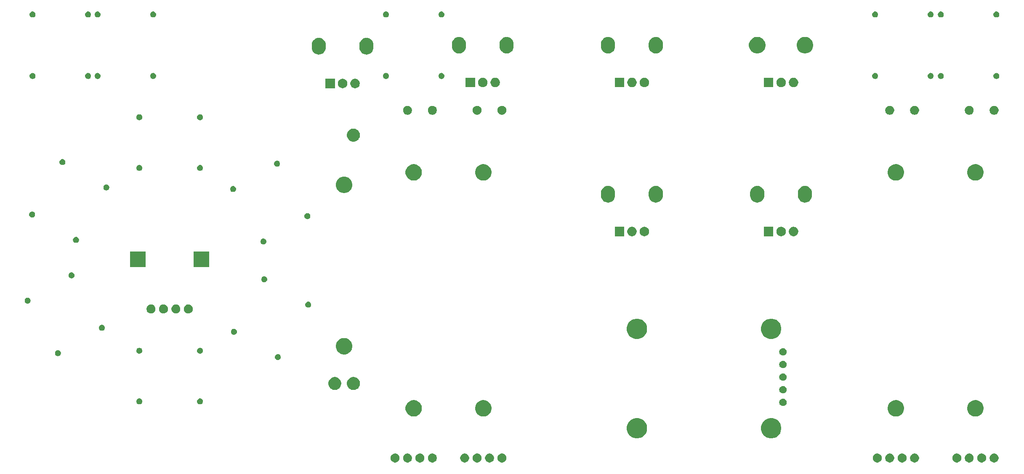
<source format=gbr>
G04 #@! TF.GenerationSoftware,KiCad,Pcbnew,(5.1.4-0-10_14)*
G04 #@! TF.CreationDate,2019-12-15T18:29:08+01:00*
G04 #@! TF.ProjectId,ProgrammerController,50726f67-7261-46d6-9d65-72436f6e7472,rev?*
G04 #@! TF.SameCoordinates,Original*
G04 #@! TF.FileFunction,Soldermask,Bot*
G04 #@! TF.FilePolarity,Negative*
%FSLAX46Y46*%
G04 Gerber Fmt 4.6, Leading zero omitted, Abs format (unit mm)*
G04 Created by KiCad (PCBNEW (5.1.4-0-10_14)) date 2019-12-15 18:29:08*
%MOMM*%
%LPD*%
G04 APERTURE LIST*
%ADD10C,0.100000*%
G04 APERTURE END LIST*
D10*
G36*
X243863512Y-137103927D02*
G01*
X244012812Y-137133624D01*
X244176784Y-137201544D01*
X244324354Y-137300147D01*
X244449853Y-137425646D01*
X244548456Y-137573216D01*
X244616376Y-137737188D01*
X244651000Y-137911259D01*
X244651000Y-138088741D01*
X244616376Y-138262812D01*
X244548456Y-138426784D01*
X244449853Y-138574354D01*
X244324354Y-138699853D01*
X244176784Y-138798456D01*
X244012812Y-138866376D01*
X243863512Y-138896073D01*
X243838742Y-138901000D01*
X243661258Y-138901000D01*
X243636488Y-138896073D01*
X243487188Y-138866376D01*
X243323216Y-138798456D01*
X243175646Y-138699853D01*
X243050147Y-138574354D01*
X242951544Y-138426784D01*
X242883624Y-138262812D01*
X242849000Y-138088741D01*
X242849000Y-137911259D01*
X242883624Y-137737188D01*
X242951544Y-137573216D01*
X243050147Y-137425646D01*
X243175646Y-137300147D01*
X243323216Y-137201544D01*
X243487188Y-137133624D01*
X243636488Y-137103927D01*
X243661258Y-137099000D01*
X243838742Y-137099000D01*
X243863512Y-137103927D01*
X243863512Y-137103927D01*
G37*
G36*
X241363512Y-137103927D02*
G01*
X241512812Y-137133624D01*
X241676784Y-137201544D01*
X241824354Y-137300147D01*
X241949853Y-137425646D01*
X242048456Y-137573216D01*
X242116376Y-137737188D01*
X242151000Y-137911259D01*
X242151000Y-138088741D01*
X242116376Y-138262812D01*
X242048456Y-138426784D01*
X241949853Y-138574354D01*
X241824354Y-138699853D01*
X241676784Y-138798456D01*
X241512812Y-138866376D01*
X241363512Y-138896073D01*
X241338742Y-138901000D01*
X241161258Y-138901000D01*
X241136488Y-138896073D01*
X240987188Y-138866376D01*
X240823216Y-138798456D01*
X240675646Y-138699853D01*
X240550147Y-138574354D01*
X240451544Y-138426784D01*
X240383624Y-138262812D01*
X240349000Y-138088741D01*
X240349000Y-137911259D01*
X240383624Y-137737188D01*
X240451544Y-137573216D01*
X240550147Y-137425646D01*
X240675646Y-137300147D01*
X240823216Y-137201544D01*
X240987188Y-137133624D01*
X241136488Y-137103927D01*
X241161258Y-137099000D01*
X241338742Y-137099000D01*
X241363512Y-137103927D01*
X241363512Y-137103927D01*
G37*
G36*
X238863512Y-137103927D02*
G01*
X239012812Y-137133624D01*
X239176784Y-137201544D01*
X239324354Y-137300147D01*
X239449853Y-137425646D01*
X239548456Y-137573216D01*
X239616376Y-137737188D01*
X239651000Y-137911259D01*
X239651000Y-138088741D01*
X239616376Y-138262812D01*
X239548456Y-138426784D01*
X239449853Y-138574354D01*
X239324354Y-138699853D01*
X239176784Y-138798456D01*
X239012812Y-138866376D01*
X238863512Y-138896073D01*
X238838742Y-138901000D01*
X238661258Y-138901000D01*
X238636488Y-138896073D01*
X238487188Y-138866376D01*
X238323216Y-138798456D01*
X238175646Y-138699853D01*
X238050147Y-138574354D01*
X237951544Y-138426784D01*
X237883624Y-138262812D01*
X237849000Y-138088741D01*
X237849000Y-137911259D01*
X237883624Y-137737188D01*
X237951544Y-137573216D01*
X238050147Y-137425646D01*
X238175646Y-137300147D01*
X238323216Y-137201544D01*
X238487188Y-137133624D01*
X238636488Y-137103927D01*
X238661258Y-137099000D01*
X238838742Y-137099000D01*
X238863512Y-137103927D01*
X238863512Y-137103927D01*
G37*
G36*
X236363512Y-137103927D02*
G01*
X236512812Y-137133624D01*
X236676784Y-137201544D01*
X236824354Y-137300147D01*
X236949853Y-137425646D01*
X237048456Y-137573216D01*
X237116376Y-137737188D01*
X237151000Y-137911259D01*
X237151000Y-138088741D01*
X237116376Y-138262812D01*
X237048456Y-138426784D01*
X236949853Y-138574354D01*
X236824354Y-138699853D01*
X236676784Y-138798456D01*
X236512812Y-138866376D01*
X236363512Y-138896073D01*
X236338742Y-138901000D01*
X236161258Y-138901000D01*
X236136488Y-138896073D01*
X235987188Y-138866376D01*
X235823216Y-138798456D01*
X235675646Y-138699853D01*
X235550147Y-138574354D01*
X235451544Y-138426784D01*
X235383624Y-138262812D01*
X235349000Y-138088741D01*
X235349000Y-137911259D01*
X235383624Y-137737188D01*
X235451544Y-137573216D01*
X235550147Y-137425646D01*
X235675646Y-137300147D01*
X235823216Y-137201544D01*
X235987188Y-137133624D01*
X236136488Y-137103927D01*
X236161258Y-137099000D01*
X236338742Y-137099000D01*
X236363512Y-137103927D01*
X236363512Y-137103927D01*
G37*
G36*
X227863512Y-137103927D02*
G01*
X228012812Y-137133624D01*
X228176784Y-137201544D01*
X228324354Y-137300147D01*
X228449853Y-137425646D01*
X228548456Y-137573216D01*
X228616376Y-137737188D01*
X228651000Y-137911259D01*
X228651000Y-138088741D01*
X228616376Y-138262812D01*
X228548456Y-138426784D01*
X228449853Y-138574354D01*
X228324354Y-138699853D01*
X228176784Y-138798456D01*
X228012812Y-138866376D01*
X227863512Y-138896073D01*
X227838742Y-138901000D01*
X227661258Y-138901000D01*
X227636488Y-138896073D01*
X227487188Y-138866376D01*
X227323216Y-138798456D01*
X227175646Y-138699853D01*
X227050147Y-138574354D01*
X226951544Y-138426784D01*
X226883624Y-138262812D01*
X226849000Y-138088741D01*
X226849000Y-137911259D01*
X226883624Y-137737188D01*
X226951544Y-137573216D01*
X227050147Y-137425646D01*
X227175646Y-137300147D01*
X227323216Y-137201544D01*
X227487188Y-137133624D01*
X227636488Y-137103927D01*
X227661258Y-137099000D01*
X227838742Y-137099000D01*
X227863512Y-137103927D01*
X227863512Y-137103927D01*
G37*
G36*
X225363512Y-137103927D02*
G01*
X225512812Y-137133624D01*
X225676784Y-137201544D01*
X225824354Y-137300147D01*
X225949853Y-137425646D01*
X226048456Y-137573216D01*
X226116376Y-137737188D01*
X226151000Y-137911259D01*
X226151000Y-138088741D01*
X226116376Y-138262812D01*
X226048456Y-138426784D01*
X225949853Y-138574354D01*
X225824354Y-138699853D01*
X225676784Y-138798456D01*
X225512812Y-138866376D01*
X225363512Y-138896073D01*
X225338742Y-138901000D01*
X225161258Y-138901000D01*
X225136488Y-138896073D01*
X224987188Y-138866376D01*
X224823216Y-138798456D01*
X224675646Y-138699853D01*
X224550147Y-138574354D01*
X224451544Y-138426784D01*
X224383624Y-138262812D01*
X224349000Y-138088741D01*
X224349000Y-137911259D01*
X224383624Y-137737188D01*
X224451544Y-137573216D01*
X224550147Y-137425646D01*
X224675646Y-137300147D01*
X224823216Y-137201544D01*
X224987188Y-137133624D01*
X225136488Y-137103927D01*
X225161258Y-137099000D01*
X225338742Y-137099000D01*
X225363512Y-137103927D01*
X225363512Y-137103927D01*
G37*
G36*
X222863512Y-137103927D02*
G01*
X223012812Y-137133624D01*
X223176784Y-137201544D01*
X223324354Y-137300147D01*
X223449853Y-137425646D01*
X223548456Y-137573216D01*
X223616376Y-137737188D01*
X223651000Y-137911259D01*
X223651000Y-138088741D01*
X223616376Y-138262812D01*
X223548456Y-138426784D01*
X223449853Y-138574354D01*
X223324354Y-138699853D01*
X223176784Y-138798456D01*
X223012812Y-138866376D01*
X222863512Y-138896073D01*
X222838742Y-138901000D01*
X222661258Y-138901000D01*
X222636488Y-138896073D01*
X222487188Y-138866376D01*
X222323216Y-138798456D01*
X222175646Y-138699853D01*
X222050147Y-138574354D01*
X221951544Y-138426784D01*
X221883624Y-138262812D01*
X221849000Y-138088741D01*
X221849000Y-137911259D01*
X221883624Y-137737188D01*
X221951544Y-137573216D01*
X222050147Y-137425646D01*
X222175646Y-137300147D01*
X222323216Y-137201544D01*
X222487188Y-137133624D01*
X222636488Y-137103927D01*
X222661258Y-137099000D01*
X222838742Y-137099000D01*
X222863512Y-137103927D01*
X222863512Y-137103927D01*
G37*
G36*
X220363512Y-137103927D02*
G01*
X220512812Y-137133624D01*
X220676784Y-137201544D01*
X220824354Y-137300147D01*
X220949853Y-137425646D01*
X221048456Y-137573216D01*
X221116376Y-137737188D01*
X221151000Y-137911259D01*
X221151000Y-138088741D01*
X221116376Y-138262812D01*
X221048456Y-138426784D01*
X220949853Y-138574354D01*
X220824354Y-138699853D01*
X220676784Y-138798456D01*
X220512812Y-138866376D01*
X220363512Y-138896073D01*
X220338742Y-138901000D01*
X220161258Y-138901000D01*
X220136488Y-138896073D01*
X219987188Y-138866376D01*
X219823216Y-138798456D01*
X219675646Y-138699853D01*
X219550147Y-138574354D01*
X219451544Y-138426784D01*
X219383624Y-138262812D01*
X219349000Y-138088741D01*
X219349000Y-137911259D01*
X219383624Y-137737188D01*
X219451544Y-137573216D01*
X219550147Y-137425646D01*
X219675646Y-137300147D01*
X219823216Y-137201544D01*
X219987188Y-137133624D01*
X220136488Y-137103927D01*
X220161258Y-137099000D01*
X220338742Y-137099000D01*
X220363512Y-137103927D01*
X220363512Y-137103927D01*
G37*
G36*
X144863512Y-137103927D02*
G01*
X145012812Y-137133624D01*
X145176784Y-137201544D01*
X145324354Y-137300147D01*
X145449853Y-137425646D01*
X145548456Y-137573216D01*
X145616376Y-137737188D01*
X145651000Y-137911259D01*
X145651000Y-138088741D01*
X145616376Y-138262812D01*
X145548456Y-138426784D01*
X145449853Y-138574354D01*
X145324354Y-138699853D01*
X145176784Y-138798456D01*
X145012812Y-138866376D01*
X144863512Y-138896073D01*
X144838742Y-138901000D01*
X144661258Y-138901000D01*
X144636488Y-138896073D01*
X144487188Y-138866376D01*
X144323216Y-138798456D01*
X144175646Y-138699853D01*
X144050147Y-138574354D01*
X143951544Y-138426784D01*
X143883624Y-138262812D01*
X143849000Y-138088741D01*
X143849000Y-137911259D01*
X143883624Y-137737188D01*
X143951544Y-137573216D01*
X144050147Y-137425646D01*
X144175646Y-137300147D01*
X144323216Y-137201544D01*
X144487188Y-137133624D01*
X144636488Y-137103927D01*
X144661258Y-137099000D01*
X144838742Y-137099000D01*
X144863512Y-137103927D01*
X144863512Y-137103927D01*
G37*
G36*
X142363512Y-137103927D02*
G01*
X142512812Y-137133624D01*
X142676784Y-137201544D01*
X142824354Y-137300147D01*
X142949853Y-137425646D01*
X143048456Y-137573216D01*
X143116376Y-137737188D01*
X143151000Y-137911259D01*
X143151000Y-138088741D01*
X143116376Y-138262812D01*
X143048456Y-138426784D01*
X142949853Y-138574354D01*
X142824354Y-138699853D01*
X142676784Y-138798456D01*
X142512812Y-138866376D01*
X142363512Y-138896073D01*
X142338742Y-138901000D01*
X142161258Y-138901000D01*
X142136488Y-138896073D01*
X141987188Y-138866376D01*
X141823216Y-138798456D01*
X141675646Y-138699853D01*
X141550147Y-138574354D01*
X141451544Y-138426784D01*
X141383624Y-138262812D01*
X141349000Y-138088741D01*
X141349000Y-137911259D01*
X141383624Y-137737188D01*
X141451544Y-137573216D01*
X141550147Y-137425646D01*
X141675646Y-137300147D01*
X141823216Y-137201544D01*
X141987188Y-137133624D01*
X142136488Y-137103927D01*
X142161258Y-137099000D01*
X142338742Y-137099000D01*
X142363512Y-137103927D01*
X142363512Y-137103927D01*
G37*
G36*
X139863512Y-137103927D02*
G01*
X140012812Y-137133624D01*
X140176784Y-137201544D01*
X140324354Y-137300147D01*
X140449853Y-137425646D01*
X140548456Y-137573216D01*
X140616376Y-137737188D01*
X140651000Y-137911259D01*
X140651000Y-138088741D01*
X140616376Y-138262812D01*
X140548456Y-138426784D01*
X140449853Y-138574354D01*
X140324354Y-138699853D01*
X140176784Y-138798456D01*
X140012812Y-138866376D01*
X139863512Y-138896073D01*
X139838742Y-138901000D01*
X139661258Y-138901000D01*
X139636488Y-138896073D01*
X139487188Y-138866376D01*
X139323216Y-138798456D01*
X139175646Y-138699853D01*
X139050147Y-138574354D01*
X138951544Y-138426784D01*
X138883624Y-138262812D01*
X138849000Y-138088741D01*
X138849000Y-137911259D01*
X138883624Y-137737188D01*
X138951544Y-137573216D01*
X139050147Y-137425646D01*
X139175646Y-137300147D01*
X139323216Y-137201544D01*
X139487188Y-137133624D01*
X139636488Y-137103927D01*
X139661258Y-137099000D01*
X139838742Y-137099000D01*
X139863512Y-137103927D01*
X139863512Y-137103927D01*
G37*
G36*
X137363512Y-137103927D02*
G01*
X137512812Y-137133624D01*
X137676784Y-137201544D01*
X137824354Y-137300147D01*
X137949853Y-137425646D01*
X138048456Y-137573216D01*
X138116376Y-137737188D01*
X138151000Y-137911259D01*
X138151000Y-138088741D01*
X138116376Y-138262812D01*
X138048456Y-138426784D01*
X137949853Y-138574354D01*
X137824354Y-138699853D01*
X137676784Y-138798456D01*
X137512812Y-138866376D01*
X137363512Y-138896073D01*
X137338742Y-138901000D01*
X137161258Y-138901000D01*
X137136488Y-138896073D01*
X136987188Y-138866376D01*
X136823216Y-138798456D01*
X136675646Y-138699853D01*
X136550147Y-138574354D01*
X136451544Y-138426784D01*
X136383624Y-138262812D01*
X136349000Y-138088741D01*
X136349000Y-137911259D01*
X136383624Y-137737188D01*
X136451544Y-137573216D01*
X136550147Y-137425646D01*
X136675646Y-137300147D01*
X136823216Y-137201544D01*
X136987188Y-137133624D01*
X137136488Y-137103927D01*
X137161258Y-137099000D01*
X137338742Y-137099000D01*
X137363512Y-137103927D01*
X137363512Y-137103927D01*
G37*
G36*
X130863512Y-137103927D02*
G01*
X131012812Y-137133624D01*
X131176784Y-137201544D01*
X131324354Y-137300147D01*
X131449853Y-137425646D01*
X131548456Y-137573216D01*
X131616376Y-137737188D01*
X131651000Y-137911259D01*
X131651000Y-138088741D01*
X131616376Y-138262812D01*
X131548456Y-138426784D01*
X131449853Y-138574354D01*
X131324354Y-138699853D01*
X131176784Y-138798456D01*
X131012812Y-138866376D01*
X130863512Y-138896073D01*
X130838742Y-138901000D01*
X130661258Y-138901000D01*
X130636488Y-138896073D01*
X130487188Y-138866376D01*
X130323216Y-138798456D01*
X130175646Y-138699853D01*
X130050147Y-138574354D01*
X129951544Y-138426784D01*
X129883624Y-138262812D01*
X129849000Y-138088741D01*
X129849000Y-137911259D01*
X129883624Y-137737188D01*
X129951544Y-137573216D01*
X130050147Y-137425646D01*
X130175646Y-137300147D01*
X130323216Y-137201544D01*
X130487188Y-137133624D01*
X130636488Y-137103927D01*
X130661258Y-137099000D01*
X130838742Y-137099000D01*
X130863512Y-137103927D01*
X130863512Y-137103927D01*
G37*
G36*
X128363512Y-137103927D02*
G01*
X128512812Y-137133624D01*
X128676784Y-137201544D01*
X128824354Y-137300147D01*
X128949853Y-137425646D01*
X129048456Y-137573216D01*
X129116376Y-137737188D01*
X129151000Y-137911259D01*
X129151000Y-138088741D01*
X129116376Y-138262812D01*
X129048456Y-138426784D01*
X128949853Y-138574354D01*
X128824354Y-138699853D01*
X128676784Y-138798456D01*
X128512812Y-138866376D01*
X128363512Y-138896073D01*
X128338742Y-138901000D01*
X128161258Y-138901000D01*
X128136488Y-138896073D01*
X127987188Y-138866376D01*
X127823216Y-138798456D01*
X127675646Y-138699853D01*
X127550147Y-138574354D01*
X127451544Y-138426784D01*
X127383624Y-138262812D01*
X127349000Y-138088741D01*
X127349000Y-137911259D01*
X127383624Y-137737188D01*
X127451544Y-137573216D01*
X127550147Y-137425646D01*
X127675646Y-137300147D01*
X127823216Y-137201544D01*
X127987188Y-137133624D01*
X128136488Y-137103927D01*
X128161258Y-137099000D01*
X128338742Y-137099000D01*
X128363512Y-137103927D01*
X128363512Y-137103927D01*
G37*
G36*
X125863512Y-137103927D02*
G01*
X126012812Y-137133624D01*
X126176784Y-137201544D01*
X126324354Y-137300147D01*
X126449853Y-137425646D01*
X126548456Y-137573216D01*
X126616376Y-137737188D01*
X126651000Y-137911259D01*
X126651000Y-138088741D01*
X126616376Y-138262812D01*
X126548456Y-138426784D01*
X126449853Y-138574354D01*
X126324354Y-138699853D01*
X126176784Y-138798456D01*
X126012812Y-138866376D01*
X125863512Y-138896073D01*
X125838742Y-138901000D01*
X125661258Y-138901000D01*
X125636488Y-138896073D01*
X125487188Y-138866376D01*
X125323216Y-138798456D01*
X125175646Y-138699853D01*
X125050147Y-138574354D01*
X124951544Y-138426784D01*
X124883624Y-138262812D01*
X124849000Y-138088741D01*
X124849000Y-137911259D01*
X124883624Y-137737188D01*
X124951544Y-137573216D01*
X125050147Y-137425646D01*
X125175646Y-137300147D01*
X125323216Y-137201544D01*
X125487188Y-137133624D01*
X125636488Y-137103927D01*
X125661258Y-137099000D01*
X125838742Y-137099000D01*
X125863512Y-137103927D01*
X125863512Y-137103927D01*
G37*
G36*
X123363512Y-137103927D02*
G01*
X123512812Y-137133624D01*
X123676784Y-137201544D01*
X123824354Y-137300147D01*
X123949853Y-137425646D01*
X124048456Y-137573216D01*
X124116376Y-137737188D01*
X124151000Y-137911259D01*
X124151000Y-138088741D01*
X124116376Y-138262812D01*
X124048456Y-138426784D01*
X123949853Y-138574354D01*
X123824354Y-138699853D01*
X123676784Y-138798456D01*
X123512812Y-138866376D01*
X123363512Y-138896073D01*
X123338742Y-138901000D01*
X123161258Y-138901000D01*
X123136488Y-138896073D01*
X122987188Y-138866376D01*
X122823216Y-138798456D01*
X122675646Y-138699853D01*
X122550147Y-138574354D01*
X122451544Y-138426784D01*
X122383624Y-138262812D01*
X122349000Y-138088741D01*
X122349000Y-137911259D01*
X122383624Y-137737188D01*
X122451544Y-137573216D01*
X122550147Y-137425646D01*
X122675646Y-137300147D01*
X122823216Y-137201544D01*
X122987188Y-137133624D01*
X123136488Y-137103927D01*
X123161258Y-137099000D01*
X123338742Y-137099000D01*
X123363512Y-137103927D01*
X123363512Y-137103927D01*
G37*
G36*
X199498254Y-130027818D02*
G01*
X199871511Y-130182426D01*
X199871513Y-130182427D01*
X200207436Y-130406884D01*
X200493116Y-130692564D01*
X200717574Y-131028489D01*
X200872182Y-131401746D01*
X200951000Y-131797993D01*
X200951000Y-132202007D01*
X200872182Y-132598254D01*
X200717574Y-132971511D01*
X200717573Y-132971513D01*
X200493116Y-133307436D01*
X200207436Y-133593116D01*
X199871513Y-133817573D01*
X199871512Y-133817574D01*
X199871511Y-133817574D01*
X199498254Y-133972182D01*
X199102007Y-134051000D01*
X198697993Y-134051000D01*
X198301746Y-133972182D01*
X197928489Y-133817574D01*
X197928488Y-133817574D01*
X197928487Y-133817573D01*
X197592564Y-133593116D01*
X197306884Y-133307436D01*
X197082427Y-132971513D01*
X197082426Y-132971511D01*
X196927818Y-132598254D01*
X196849000Y-132202007D01*
X196849000Y-131797993D01*
X196927818Y-131401746D01*
X197082426Y-131028489D01*
X197306884Y-130692564D01*
X197592564Y-130406884D01*
X197928487Y-130182427D01*
X197928489Y-130182426D01*
X198301746Y-130027818D01*
X198697993Y-129949000D01*
X199102007Y-129949000D01*
X199498254Y-130027818D01*
X199498254Y-130027818D01*
G37*
G36*
X172498254Y-130027818D02*
G01*
X172871511Y-130182426D01*
X172871513Y-130182427D01*
X173207436Y-130406884D01*
X173493116Y-130692564D01*
X173717574Y-131028489D01*
X173872182Y-131401746D01*
X173951000Y-131797993D01*
X173951000Y-132202007D01*
X173872182Y-132598254D01*
X173717574Y-132971511D01*
X173717573Y-132971513D01*
X173493116Y-133307436D01*
X173207436Y-133593116D01*
X172871513Y-133817573D01*
X172871512Y-133817574D01*
X172871511Y-133817574D01*
X172498254Y-133972182D01*
X172102007Y-134051000D01*
X171697993Y-134051000D01*
X171301746Y-133972182D01*
X170928489Y-133817574D01*
X170928488Y-133817574D01*
X170928487Y-133817573D01*
X170592564Y-133593116D01*
X170306884Y-133307436D01*
X170082427Y-132971513D01*
X170082426Y-132971511D01*
X169927818Y-132598254D01*
X169849000Y-132202007D01*
X169849000Y-131797993D01*
X169927818Y-131401746D01*
X170082426Y-131028489D01*
X170306884Y-130692564D01*
X170592564Y-130406884D01*
X170928487Y-130182427D01*
X170928489Y-130182426D01*
X171301746Y-130027818D01*
X171697993Y-129949000D01*
X172102007Y-129949000D01*
X172498254Y-130027818D01*
X172498254Y-130027818D01*
G37*
G36*
X127375256Y-126391298D02*
G01*
X127481579Y-126412447D01*
X127782042Y-126536903D01*
X128052451Y-126717585D01*
X128282415Y-126947549D01*
X128463097Y-127217958D01*
X128587553Y-127518421D01*
X128651000Y-127837391D01*
X128651000Y-128162609D01*
X128587553Y-128481579D01*
X128463097Y-128782042D01*
X128282415Y-129052451D01*
X128052451Y-129282415D01*
X127782042Y-129463097D01*
X127481579Y-129587553D01*
X127375256Y-129608702D01*
X127162611Y-129651000D01*
X126837389Y-129651000D01*
X126624744Y-129608702D01*
X126518421Y-129587553D01*
X126217958Y-129463097D01*
X125947549Y-129282415D01*
X125717585Y-129052451D01*
X125536903Y-128782042D01*
X125412447Y-128481579D01*
X125349000Y-128162609D01*
X125349000Y-127837391D01*
X125412447Y-127518421D01*
X125536903Y-127217958D01*
X125717585Y-126947549D01*
X125947549Y-126717585D01*
X126217958Y-126536903D01*
X126518421Y-126412447D01*
X126624744Y-126391298D01*
X126837389Y-126349000D01*
X127162611Y-126349000D01*
X127375256Y-126391298D01*
X127375256Y-126391298D01*
G37*
G36*
X141375256Y-126391298D02*
G01*
X141481579Y-126412447D01*
X141782042Y-126536903D01*
X142052451Y-126717585D01*
X142282415Y-126947549D01*
X142463097Y-127217958D01*
X142587553Y-127518421D01*
X142651000Y-127837391D01*
X142651000Y-128162609D01*
X142587553Y-128481579D01*
X142463097Y-128782042D01*
X142282415Y-129052451D01*
X142052451Y-129282415D01*
X141782042Y-129463097D01*
X141481579Y-129587553D01*
X141375256Y-129608702D01*
X141162611Y-129651000D01*
X140837389Y-129651000D01*
X140624744Y-129608702D01*
X140518421Y-129587553D01*
X140217958Y-129463097D01*
X139947549Y-129282415D01*
X139717585Y-129052451D01*
X139536903Y-128782042D01*
X139412447Y-128481579D01*
X139349000Y-128162609D01*
X139349000Y-127837391D01*
X139412447Y-127518421D01*
X139536903Y-127217958D01*
X139717585Y-126947549D01*
X139947549Y-126717585D01*
X140217958Y-126536903D01*
X140518421Y-126412447D01*
X140624744Y-126391298D01*
X140837389Y-126349000D01*
X141162611Y-126349000D01*
X141375256Y-126391298D01*
X141375256Y-126391298D01*
G37*
G36*
X240375256Y-126391298D02*
G01*
X240481579Y-126412447D01*
X240782042Y-126536903D01*
X241052451Y-126717585D01*
X241282415Y-126947549D01*
X241463097Y-127217958D01*
X241587553Y-127518421D01*
X241651000Y-127837391D01*
X241651000Y-128162609D01*
X241587553Y-128481579D01*
X241463097Y-128782042D01*
X241282415Y-129052451D01*
X241052451Y-129282415D01*
X240782042Y-129463097D01*
X240481579Y-129587553D01*
X240375256Y-129608702D01*
X240162611Y-129651000D01*
X239837389Y-129651000D01*
X239624744Y-129608702D01*
X239518421Y-129587553D01*
X239217958Y-129463097D01*
X238947549Y-129282415D01*
X238717585Y-129052451D01*
X238536903Y-128782042D01*
X238412447Y-128481579D01*
X238349000Y-128162609D01*
X238349000Y-127837391D01*
X238412447Y-127518421D01*
X238536903Y-127217958D01*
X238717585Y-126947549D01*
X238947549Y-126717585D01*
X239217958Y-126536903D01*
X239518421Y-126412447D01*
X239624744Y-126391298D01*
X239837389Y-126349000D01*
X240162611Y-126349000D01*
X240375256Y-126391298D01*
X240375256Y-126391298D01*
G37*
G36*
X224375256Y-126391298D02*
G01*
X224481579Y-126412447D01*
X224782042Y-126536903D01*
X225052451Y-126717585D01*
X225282415Y-126947549D01*
X225463097Y-127217958D01*
X225587553Y-127518421D01*
X225651000Y-127837391D01*
X225651000Y-128162609D01*
X225587553Y-128481579D01*
X225463097Y-128782042D01*
X225282415Y-129052451D01*
X225052451Y-129282415D01*
X224782042Y-129463097D01*
X224481579Y-129587553D01*
X224375256Y-129608702D01*
X224162611Y-129651000D01*
X223837389Y-129651000D01*
X223624744Y-129608702D01*
X223518421Y-129587553D01*
X223217958Y-129463097D01*
X222947549Y-129282415D01*
X222717585Y-129052451D01*
X222536903Y-128782042D01*
X222412447Y-128481579D01*
X222349000Y-128162609D01*
X222349000Y-127837391D01*
X222412447Y-127518421D01*
X222536903Y-127217958D01*
X222717585Y-126947549D01*
X222947549Y-126717585D01*
X223217958Y-126536903D01*
X223518421Y-126412447D01*
X223624744Y-126391298D01*
X223837389Y-126349000D01*
X224162611Y-126349000D01*
X224375256Y-126391298D01*
X224375256Y-126391298D01*
G37*
G36*
X201504059Y-126057860D02*
G01*
X201640732Y-126114472D01*
X201763735Y-126196660D01*
X201868340Y-126301265D01*
X201942629Y-126412447D01*
X201950529Y-126424270D01*
X202007140Y-126560941D01*
X202036000Y-126706032D01*
X202036000Y-126853968D01*
X202007140Y-126999059D01*
X201979070Y-127066827D01*
X201950528Y-127135732D01*
X201868340Y-127258735D01*
X201763735Y-127363340D01*
X201640732Y-127445528D01*
X201640731Y-127445529D01*
X201640730Y-127445529D01*
X201504059Y-127502140D01*
X201358968Y-127531000D01*
X201211032Y-127531000D01*
X201065941Y-127502140D01*
X200929270Y-127445529D01*
X200929269Y-127445529D01*
X200929268Y-127445528D01*
X200806265Y-127363340D01*
X200701660Y-127258735D01*
X200619472Y-127135732D01*
X200590931Y-127066827D01*
X200562860Y-126999059D01*
X200534000Y-126853968D01*
X200534000Y-126706032D01*
X200562860Y-126560941D01*
X200619471Y-126424270D01*
X200627371Y-126412447D01*
X200701660Y-126301265D01*
X200806265Y-126196660D01*
X200929268Y-126114472D01*
X201065941Y-126057860D01*
X201211032Y-126029000D01*
X201358968Y-126029000D01*
X201504059Y-126057860D01*
X201504059Y-126057860D01*
G37*
G36*
X84136601Y-126014397D02*
G01*
X84175305Y-126022096D01*
X84207340Y-126035365D01*
X84284680Y-126067400D01*
X84383115Y-126133173D01*
X84466827Y-126216885D01*
X84532600Y-126315320D01*
X84546550Y-126349000D01*
X84572831Y-126412447D01*
X84577904Y-126424696D01*
X84601000Y-126540805D01*
X84601000Y-126659195D01*
X84577904Y-126775304D01*
X84532600Y-126884680D01*
X84466827Y-126983115D01*
X84383115Y-127066827D01*
X84284680Y-127132600D01*
X84207340Y-127164635D01*
X84175305Y-127177904D01*
X84136601Y-127185603D01*
X84059195Y-127201000D01*
X83940805Y-127201000D01*
X83863399Y-127185603D01*
X83824695Y-127177904D01*
X83792660Y-127164635D01*
X83715320Y-127132600D01*
X83616885Y-127066827D01*
X83533173Y-126983115D01*
X83467400Y-126884680D01*
X83422096Y-126775304D01*
X83399000Y-126659195D01*
X83399000Y-126540805D01*
X83422096Y-126424696D01*
X83427170Y-126412447D01*
X83453450Y-126349000D01*
X83467400Y-126315320D01*
X83533173Y-126216885D01*
X83616885Y-126133173D01*
X83715320Y-126067400D01*
X83792660Y-126035365D01*
X83824695Y-126022096D01*
X83863399Y-126014397D01*
X83940805Y-125999000D01*
X84059195Y-125999000D01*
X84136601Y-126014397D01*
X84136601Y-126014397D01*
G37*
G36*
X71936601Y-126014397D02*
G01*
X71975305Y-126022096D01*
X72007340Y-126035365D01*
X72084680Y-126067400D01*
X72183115Y-126133173D01*
X72266827Y-126216885D01*
X72332600Y-126315320D01*
X72346550Y-126349000D01*
X72372831Y-126412447D01*
X72377904Y-126424696D01*
X72401000Y-126540805D01*
X72401000Y-126659195D01*
X72377904Y-126775304D01*
X72332600Y-126884680D01*
X72266827Y-126983115D01*
X72183115Y-127066827D01*
X72084680Y-127132600D01*
X72007340Y-127164635D01*
X71975305Y-127177904D01*
X71936601Y-127185603D01*
X71859195Y-127201000D01*
X71740805Y-127201000D01*
X71663399Y-127185603D01*
X71624695Y-127177904D01*
X71592660Y-127164635D01*
X71515320Y-127132600D01*
X71416885Y-127066827D01*
X71333173Y-126983115D01*
X71267400Y-126884680D01*
X71222096Y-126775304D01*
X71199000Y-126659195D01*
X71199000Y-126540805D01*
X71222096Y-126424696D01*
X71227170Y-126412447D01*
X71253450Y-126349000D01*
X71267400Y-126315320D01*
X71333173Y-126216885D01*
X71416885Y-126133173D01*
X71515320Y-126067400D01*
X71592660Y-126035365D01*
X71624695Y-126022096D01*
X71663399Y-126014397D01*
X71740805Y-125999000D01*
X71859195Y-125999000D01*
X71936601Y-126014397D01*
X71936601Y-126014397D01*
G37*
G36*
X201504059Y-123517860D02*
G01*
X201640732Y-123574472D01*
X201763735Y-123656660D01*
X201868340Y-123761265D01*
X201950528Y-123884268D01*
X202007140Y-124020941D01*
X202036000Y-124166033D01*
X202036000Y-124313967D01*
X202007140Y-124459059D01*
X201950528Y-124595732D01*
X201868340Y-124718735D01*
X201763735Y-124823340D01*
X201640732Y-124905528D01*
X201640731Y-124905529D01*
X201640730Y-124905529D01*
X201504059Y-124962140D01*
X201358968Y-124991000D01*
X201211032Y-124991000D01*
X201065941Y-124962140D01*
X200929270Y-124905529D01*
X200929269Y-124905529D01*
X200929268Y-124905528D01*
X200806265Y-124823340D01*
X200701660Y-124718735D01*
X200619472Y-124595732D01*
X200562860Y-124459059D01*
X200534000Y-124313967D01*
X200534000Y-124166033D01*
X200562860Y-124020941D01*
X200619472Y-123884268D01*
X200701660Y-123761265D01*
X200806265Y-123656660D01*
X200929268Y-123574472D01*
X201065941Y-123517860D01*
X201211032Y-123489000D01*
X201358968Y-123489000D01*
X201504059Y-123517860D01*
X201504059Y-123517860D01*
G37*
G36*
X111504487Y-121748996D02*
G01*
X111741253Y-121847068D01*
X111741255Y-121847069D01*
X111954339Y-121989447D01*
X112135553Y-122170661D01*
X112265759Y-122365528D01*
X112277932Y-122383747D01*
X112376004Y-122620513D01*
X112426000Y-122871861D01*
X112426000Y-123128139D01*
X112376004Y-123379487D01*
X112295238Y-123574472D01*
X112277931Y-123616255D01*
X112135553Y-123829339D01*
X111954339Y-124010553D01*
X111741255Y-124152931D01*
X111741254Y-124152932D01*
X111741253Y-124152932D01*
X111504487Y-124251004D01*
X111253139Y-124301000D01*
X110996861Y-124301000D01*
X110745513Y-124251004D01*
X110508747Y-124152932D01*
X110508746Y-124152932D01*
X110508745Y-124152931D01*
X110295661Y-124010553D01*
X110114447Y-123829339D01*
X109972069Y-123616255D01*
X109954762Y-123574472D01*
X109873996Y-123379487D01*
X109824000Y-123128139D01*
X109824000Y-122871861D01*
X109873996Y-122620513D01*
X109972068Y-122383747D01*
X109984242Y-122365528D01*
X110114447Y-122170661D01*
X110295661Y-121989447D01*
X110508745Y-121847069D01*
X110508747Y-121847068D01*
X110745513Y-121748996D01*
X110996861Y-121699000D01*
X111253139Y-121699000D01*
X111504487Y-121748996D01*
X111504487Y-121748996D01*
G37*
G36*
X115254487Y-121748996D02*
G01*
X115491253Y-121847068D01*
X115491255Y-121847069D01*
X115704339Y-121989447D01*
X115885553Y-122170661D01*
X116015759Y-122365528D01*
X116027932Y-122383747D01*
X116126004Y-122620513D01*
X116176000Y-122871861D01*
X116176000Y-123128139D01*
X116126004Y-123379487D01*
X116045238Y-123574472D01*
X116027931Y-123616255D01*
X115885553Y-123829339D01*
X115704339Y-124010553D01*
X115491255Y-124152931D01*
X115491254Y-124152932D01*
X115491253Y-124152932D01*
X115254487Y-124251004D01*
X115003139Y-124301000D01*
X114746861Y-124301000D01*
X114495513Y-124251004D01*
X114258747Y-124152932D01*
X114258746Y-124152932D01*
X114258745Y-124152931D01*
X114045661Y-124010553D01*
X113864447Y-123829339D01*
X113722069Y-123616255D01*
X113704762Y-123574472D01*
X113623996Y-123379487D01*
X113574000Y-123128139D01*
X113574000Y-122871861D01*
X113623996Y-122620513D01*
X113722068Y-122383747D01*
X113734242Y-122365528D01*
X113864447Y-122170661D01*
X114045661Y-121989447D01*
X114258745Y-121847069D01*
X114258747Y-121847068D01*
X114495513Y-121748996D01*
X114746861Y-121699000D01*
X115003139Y-121699000D01*
X115254487Y-121748996D01*
X115254487Y-121748996D01*
G37*
G36*
X201504059Y-120977860D02*
G01*
X201640732Y-121034472D01*
X201763735Y-121116660D01*
X201868340Y-121221265D01*
X201868341Y-121221267D01*
X201950529Y-121344270D01*
X202007140Y-121480941D01*
X202036000Y-121626032D01*
X202036000Y-121773968D01*
X202007140Y-121919059D01*
X201950528Y-122055732D01*
X201868340Y-122178735D01*
X201763735Y-122283340D01*
X201640732Y-122365528D01*
X201640731Y-122365529D01*
X201640730Y-122365529D01*
X201504059Y-122422140D01*
X201358968Y-122451000D01*
X201211032Y-122451000D01*
X201065941Y-122422140D01*
X200929270Y-122365529D01*
X200929269Y-122365529D01*
X200929268Y-122365528D01*
X200806265Y-122283340D01*
X200701660Y-122178735D01*
X200619472Y-122055732D01*
X200562860Y-121919059D01*
X200534000Y-121773968D01*
X200534000Y-121626032D01*
X200562860Y-121480941D01*
X200619471Y-121344270D01*
X200701659Y-121221267D01*
X200701660Y-121221265D01*
X200806265Y-121116660D01*
X200929268Y-121034472D01*
X201065941Y-120977860D01*
X201211032Y-120949000D01*
X201358968Y-120949000D01*
X201504059Y-120977860D01*
X201504059Y-120977860D01*
G37*
G36*
X201504059Y-118437860D02*
G01*
X201640732Y-118494472D01*
X201763735Y-118576660D01*
X201868340Y-118681265D01*
X201950528Y-118804268D01*
X202007140Y-118940941D01*
X202036000Y-119086033D01*
X202036000Y-119233967D01*
X202007140Y-119379059D01*
X201950528Y-119515732D01*
X201868340Y-119638735D01*
X201763735Y-119743340D01*
X201640732Y-119825528D01*
X201640731Y-119825529D01*
X201640730Y-119825529D01*
X201504059Y-119882140D01*
X201358968Y-119911000D01*
X201211032Y-119911000D01*
X201065941Y-119882140D01*
X200929270Y-119825529D01*
X200929269Y-119825529D01*
X200929268Y-119825528D01*
X200806265Y-119743340D01*
X200701660Y-119638735D01*
X200619472Y-119515732D01*
X200562860Y-119379059D01*
X200534000Y-119233967D01*
X200534000Y-119086033D01*
X200562860Y-118940941D01*
X200619472Y-118804268D01*
X200701660Y-118681265D01*
X200806265Y-118576660D01*
X200929268Y-118494472D01*
X201065941Y-118437860D01*
X201211032Y-118409000D01*
X201358968Y-118409000D01*
X201504059Y-118437860D01*
X201504059Y-118437860D01*
G37*
G36*
X99804292Y-117097152D02*
G01*
X99842996Y-117104851D01*
X99875031Y-117118120D01*
X99952371Y-117150155D01*
X100050806Y-117215928D01*
X100134518Y-117299640D01*
X100200291Y-117398075D01*
X100245595Y-117507451D01*
X100268691Y-117623560D01*
X100268691Y-117741950D01*
X100245595Y-117858059D01*
X100200291Y-117967435D01*
X100134518Y-118065870D01*
X100050806Y-118149582D01*
X99952371Y-118215355D01*
X99875031Y-118247390D01*
X99842996Y-118260659D01*
X99804292Y-118268358D01*
X99726886Y-118283755D01*
X99608496Y-118283755D01*
X99531090Y-118268358D01*
X99492386Y-118260659D01*
X99460351Y-118247390D01*
X99383011Y-118215355D01*
X99284576Y-118149582D01*
X99200864Y-118065870D01*
X99135091Y-117967435D01*
X99089787Y-117858059D01*
X99066691Y-117741950D01*
X99066691Y-117623560D01*
X99089787Y-117507451D01*
X99135091Y-117398075D01*
X99200864Y-117299640D01*
X99284576Y-117215928D01*
X99383011Y-117150155D01*
X99460351Y-117118120D01*
X99492386Y-117104851D01*
X99531090Y-117097152D01*
X99608496Y-117081755D01*
X99726886Y-117081755D01*
X99804292Y-117097152D01*
X99804292Y-117097152D01*
G37*
G36*
X55568910Y-116297152D02*
G01*
X55607614Y-116304851D01*
X55639649Y-116318120D01*
X55716989Y-116350155D01*
X55815424Y-116415928D01*
X55899136Y-116499640D01*
X55964909Y-116598075D01*
X55996944Y-116675415D01*
X56004629Y-116693968D01*
X56010213Y-116707451D01*
X56033309Y-116823560D01*
X56033309Y-116941950D01*
X56010213Y-117058059D01*
X55964909Y-117167435D01*
X55899136Y-117265870D01*
X55815424Y-117349582D01*
X55716989Y-117415355D01*
X55639649Y-117447390D01*
X55607614Y-117460659D01*
X55568910Y-117468358D01*
X55491504Y-117483755D01*
X55373114Y-117483755D01*
X55295708Y-117468358D01*
X55257004Y-117460659D01*
X55224969Y-117447390D01*
X55147629Y-117415355D01*
X55049194Y-117349582D01*
X54965482Y-117265870D01*
X54899709Y-117167435D01*
X54854405Y-117058059D01*
X54831309Y-116941950D01*
X54831309Y-116823560D01*
X54854405Y-116707451D01*
X54859990Y-116693968D01*
X54867674Y-116675415D01*
X54899709Y-116598075D01*
X54965482Y-116499640D01*
X55049194Y-116415928D01*
X55147629Y-116350155D01*
X55224969Y-116318120D01*
X55257004Y-116304851D01*
X55295708Y-116297152D01*
X55373114Y-116281755D01*
X55491504Y-116281755D01*
X55568910Y-116297152D01*
X55568910Y-116297152D01*
G37*
G36*
X201504059Y-115897860D02*
G01*
X201640732Y-115954472D01*
X201763735Y-116036660D01*
X201868340Y-116141265D01*
X201950528Y-116264268D01*
X201950529Y-116264270D01*
X202007140Y-116400941D01*
X202036000Y-116546032D01*
X202036000Y-116693968D01*
X202007140Y-116839059D01*
X201950528Y-116975732D01*
X201868340Y-117098735D01*
X201763735Y-117203340D01*
X201640732Y-117285528D01*
X201640731Y-117285529D01*
X201640730Y-117285529D01*
X201504059Y-117342140D01*
X201358968Y-117371000D01*
X201211032Y-117371000D01*
X201065941Y-117342140D01*
X200929270Y-117285529D01*
X200929269Y-117285529D01*
X200929268Y-117285528D01*
X200806265Y-117203340D01*
X200701660Y-117098735D01*
X200619472Y-116975732D01*
X200562860Y-116839059D01*
X200534000Y-116693968D01*
X200534000Y-116546032D01*
X200562860Y-116400941D01*
X200619471Y-116264270D01*
X200619472Y-116264268D01*
X200701660Y-116141265D01*
X200806265Y-116036660D01*
X200929268Y-115954472D01*
X201065941Y-115897860D01*
X201211032Y-115869000D01*
X201358968Y-115869000D01*
X201504059Y-115897860D01*
X201504059Y-115897860D01*
G37*
G36*
X113375256Y-113891298D02*
G01*
X113481579Y-113912447D01*
X113782042Y-114036903D01*
X114052451Y-114217585D01*
X114282415Y-114447549D01*
X114463097Y-114717958D01*
X114587553Y-115018421D01*
X114651000Y-115337391D01*
X114651000Y-115662609D01*
X114587553Y-115981579D01*
X114521409Y-116141265D01*
X114470459Y-116264270D01*
X114463097Y-116282042D01*
X114282415Y-116552451D01*
X114052451Y-116782415D01*
X113782042Y-116963097D01*
X113782041Y-116963098D01*
X113782040Y-116963098D01*
X113746295Y-116977904D01*
X113481579Y-117087553D01*
X113425373Y-117098733D01*
X113162611Y-117151000D01*
X112837389Y-117151000D01*
X112574627Y-117098733D01*
X112518421Y-117087553D01*
X112253705Y-116977904D01*
X112217960Y-116963098D01*
X112217959Y-116963098D01*
X112217958Y-116963097D01*
X111947549Y-116782415D01*
X111717585Y-116552451D01*
X111536903Y-116282042D01*
X111529542Y-116264270D01*
X111478591Y-116141265D01*
X111412447Y-115981579D01*
X111349000Y-115662609D01*
X111349000Y-115337391D01*
X111412447Y-115018421D01*
X111536903Y-114717958D01*
X111717585Y-114447549D01*
X111947549Y-114217585D01*
X112217958Y-114036903D01*
X112518421Y-113912447D01*
X112624744Y-113891298D01*
X112837389Y-113849000D01*
X113162611Y-113849000D01*
X113375256Y-113891298D01*
X113375256Y-113891298D01*
G37*
G36*
X84136601Y-115814397D02*
G01*
X84175305Y-115822096D01*
X84207340Y-115835365D01*
X84284680Y-115867400D01*
X84383115Y-115933173D01*
X84466827Y-116016885D01*
X84532600Y-116115320D01*
X84543347Y-116141267D01*
X84577904Y-116224695D01*
X84601000Y-116340807D01*
X84601000Y-116459193D01*
X84583727Y-116546033D01*
X84577904Y-116575304D01*
X84532600Y-116684680D01*
X84466827Y-116783115D01*
X84383115Y-116866827D01*
X84284680Y-116932600D01*
X84211052Y-116963097D01*
X84175305Y-116977904D01*
X84136601Y-116985603D01*
X84059195Y-117001000D01*
X83940805Y-117001000D01*
X83863399Y-116985603D01*
X83824695Y-116977904D01*
X83788948Y-116963097D01*
X83715320Y-116932600D01*
X83616885Y-116866827D01*
X83533173Y-116783115D01*
X83467400Y-116684680D01*
X83422096Y-116575304D01*
X83416274Y-116546033D01*
X83399000Y-116459193D01*
X83399000Y-116340807D01*
X83422096Y-116224695D01*
X83456653Y-116141267D01*
X83467400Y-116115320D01*
X83533173Y-116016885D01*
X83616885Y-115933173D01*
X83715320Y-115867400D01*
X83792660Y-115835365D01*
X83824695Y-115822096D01*
X83863399Y-115814397D01*
X83940805Y-115799000D01*
X84059195Y-115799000D01*
X84136601Y-115814397D01*
X84136601Y-115814397D01*
G37*
G36*
X71936601Y-115814397D02*
G01*
X71975305Y-115822096D01*
X72007340Y-115835365D01*
X72084680Y-115867400D01*
X72183115Y-115933173D01*
X72266827Y-116016885D01*
X72332600Y-116115320D01*
X72343347Y-116141267D01*
X72377904Y-116224695D01*
X72401000Y-116340807D01*
X72401000Y-116459193D01*
X72383727Y-116546033D01*
X72377904Y-116575304D01*
X72332600Y-116684680D01*
X72266827Y-116783115D01*
X72183115Y-116866827D01*
X72084680Y-116932600D01*
X72011052Y-116963097D01*
X71975305Y-116977904D01*
X71936601Y-116985603D01*
X71859195Y-117001000D01*
X71740805Y-117001000D01*
X71663399Y-116985603D01*
X71624695Y-116977904D01*
X71588948Y-116963097D01*
X71515320Y-116932600D01*
X71416885Y-116866827D01*
X71333173Y-116783115D01*
X71267400Y-116684680D01*
X71222096Y-116575304D01*
X71216274Y-116546033D01*
X71199000Y-116459193D01*
X71199000Y-116340807D01*
X71222096Y-116224695D01*
X71256653Y-116141267D01*
X71267400Y-116115320D01*
X71333173Y-116016885D01*
X71416885Y-115933173D01*
X71515320Y-115867400D01*
X71592660Y-115835365D01*
X71624695Y-115822096D01*
X71663399Y-115814397D01*
X71740805Y-115799000D01*
X71859195Y-115799000D01*
X71936601Y-115814397D01*
X71936601Y-115814397D01*
G37*
G36*
X199498254Y-110027818D02*
G01*
X199871511Y-110182426D01*
X199871513Y-110182427D01*
X200207436Y-110406884D01*
X200493116Y-110692564D01*
X200717574Y-111028489D01*
X200872182Y-111401746D01*
X200951000Y-111797993D01*
X200951000Y-112202007D01*
X200872182Y-112598254D01*
X200717574Y-112971511D01*
X200717573Y-112971513D01*
X200493116Y-113307436D01*
X200207436Y-113593116D01*
X199871513Y-113817573D01*
X199871512Y-113817574D01*
X199871511Y-113817574D01*
X199498254Y-113972182D01*
X199102007Y-114051000D01*
X198697993Y-114051000D01*
X198301746Y-113972182D01*
X197928489Y-113817574D01*
X197928488Y-113817574D01*
X197928487Y-113817573D01*
X197592564Y-113593116D01*
X197306884Y-113307436D01*
X197082427Y-112971513D01*
X197082426Y-112971511D01*
X196927818Y-112598254D01*
X196849000Y-112202007D01*
X196849000Y-111797993D01*
X196927818Y-111401746D01*
X197082426Y-111028489D01*
X197306884Y-110692564D01*
X197592564Y-110406884D01*
X197928487Y-110182427D01*
X197928489Y-110182426D01*
X198301746Y-110027818D01*
X198697993Y-109949000D01*
X199102007Y-109949000D01*
X199498254Y-110027818D01*
X199498254Y-110027818D01*
G37*
G36*
X172498254Y-110027818D02*
G01*
X172871511Y-110182426D01*
X172871513Y-110182427D01*
X173207436Y-110406884D01*
X173493116Y-110692564D01*
X173717574Y-111028489D01*
X173872182Y-111401746D01*
X173951000Y-111797993D01*
X173951000Y-112202007D01*
X173872182Y-112598254D01*
X173717574Y-112971511D01*
X173717573Y-112971513D01*
X173493116Y-113307436D01*
X173207436Y-113593116D01*
X172871513Y-113817573D01*
X172871512Y-113817574D01*
X172871511Y-113817574D01*
X172498254Y-113972182D01*
X172102007Y-114051000D01*
X171697993Y-114051000D01*
X171301746Y-113972182D01*
X170928489Y-113817574D01*
X170928488Y-113817574D01*
X170928487Y-113817573D01*
X170592564Y-113593116D01*
X170306884Y-113307436D01*
X170082427Y-112971513D01*
X170082426Y-112971511D01*
X169927818Y-112598254D01*
X169849000Y-112202007D01*
X169849000Y-111797993D01*
X169927818Y-111401746D01*
X170082426Y-111028489D01*
X170306884Y-110692564D01*
X170592564Y-110406884D01*
X170928487Y-110182427D01*
X170928489Y-110182426D01*
X171301746Y-110027818D01*
X171697993Y-109949000D01*
X172102007Y-109949000D01*
X172498254Y-110027818D01*
X172498254Y-110027818D01*
G37*
G36*
X90970833Y-111997152D02*
G01*
X91009537Y-112004851D01*
X91041572Y-112018120D01*
X91118912Y-112050155D01*
X91217347Y-112115928D01*
X91301059Y-112199640D01*
X91366832Y-112298075D01*
X91412136Y-112407451D01*
X91435232Y-112523560D01*
X91435232Y-112641950D01*
X91412136Y-112758059D01*
X91366832Y-112867435D01*
X91301059Y-112965870D01*
X91217347Y-113049582D01*
X91118912Y-113115355D01*
X91041572Y-113147390D01*
X91009537Y-113160659D01*
X90970833Y-113168358D01*
X90893427Y-113183755D01*
X90775037Y-113183755D01*
X90697631Y-113168358D01*
X90658927Y-113160659D01*
X90626892Y-113147390D01*
X90549552Y-113115355D01*
X90451117Y-113049582D01*
X90367405Y-112965870D01*
X90301632Y-112867435D01*
X90256328Y-112758059D01*
X90233232Y-112641950D01*
X90233232Y-112523560D01*
X90256328Y-112407451D01*
X90301632Y-112298075D01*
X90367405Y-112199640D01*
X90451117Y-112115928D01*
X90549552Y-112050155D01*
X90626892Y-112018120D01*
X90658927Y-112004851D01*
X90697631Y-111997152D01*
X90775037Y-111981755D01*
X90893427Y-111981755D01*
X90970833Y-111997152D01*
X90970833Y-111997152D01*
G37*
G36*
X64402369Y-111197152D02*
G01*
X64441073Y-111204851D01*
X64473108Y-111218120D01*
X64550448Y-111250155D01*
X64648883Y-111315928D01*
X64732595Y-111399640D01*
X64798368Y-111498075D01*
X64843672Y-111607451D01*
X64866768Y-111723560D01*
X64866768Y-111841950D01*
X64843672Y-111958059D01*
X64798368Y-112067435D01*
X64732595Y-112165870D01*
X64648883Y-112249582D01*
X64550448Y-112315355D01*
X64473108Y-112347390D01*
X64441073Y-112360659D01*
X64402369Y-112368358D01*
X64324963Y-112383755D01*
X64206573Y-112383755D01*
X64129167Y-112368358D01*
X64090463Y-112360659D01*
X64058428Y-112347390D01*
X63981088Y-112315355D01*
X63882653Y-112249582D01*
X63798941Y-112165870D01*
X63733168Y-112067435D01*
X63687864Y-111958059D01*
X63664768Y-111841950D01*
X63664768Y-111723560D01*
X63687864Y-111607451D01*
X63733168Y-111498075D01*
X63798941Y-111399640D01*
X63882653Y-111315928D01*
X63981088Y-111250155D01*
X64058428Y-111218120D01*
X64090463Y-111204851D01*
X64129167Y-111197152D01*
X64206573Y-111181755D01*
X64324963Y-111181755D01*
X64402369Y-111197152D01*
X64402369Y-111197152D01*
G37*
G36*
X79263512Y-107103927D02*
G01*
X79412812Y-107133624D01*
X79576784Y-107201544D01*
X79724354Y-107300147D01*
X79849853Y-107425646D01*
X79948456Y-107573216D01*
X80016376Y-107737188D01*
X80051000Y-107911259D01*
X80051000Y-108088741D01*
X80016376Y-108262812D01*
X79948456Y-108426784D01*
X79849853Y-108574354D01*
X79724354Y-108699853D01*
X79576784Y-108798456D01*
X79412812Y-108866376D01*
X79263512Y-108896073D01*
X79238742Y-108901000D01*
X79061258Y-108901000D01*
X79036488Y-108896073D01*
X78887188Y-108866376D01*
X78723216Y-108798456D01*
X78575646Y-108699853D01*
X78450147Y-108574354D01*
X78351544Y-108426784D01*
X78283624Y-108262812D01*
X78249000Y-108088741D01*
X78249000Y-107911259D01*
X78283624Y-107737188D01*
X78351544Y-107573216D01*
X78450147Y-107425646D01*
X78575646Y-107300147D01*
X78723216Y-107201544D01*
X78887188Y-107133624D01*
X79036488Y-107103927D01*
X79061258Y-107099000D01*
X79238742Y-107099000D01*
X79263512Y-107103927D01*
X79263512Y-107103927D01*
G37*
G36*
X76763512Y-107103927D02*
G01*
X76912812Y-107133624D01*
X77076784Y-107201544D01*
X77224354Y-107300147D01*
X77349853Y-107425646D01*
X77448456Y-107573216D01*
X77516376Y-107737188D01*
X77551000Y-107911259D01*
X77551000Y-108088741D01*
X77516376Y-108262812D01*
X77448456Y-108426784D01*
X77349853Y-108574354D01*
X77224354Y-108699853D01*
X77076784Y-108798456D01*
X76912812Y-108866376D01*
X76763512Y-108896073D01*
X76738742Y-108901000D01*
X76561258Y-108901000D01*
X76536488Y-108896073D01*
X76387188Y-108866376D01*
X76223216Y-108798456D01*
X76075646Y-108699853D01*
X75950147Y-108574354D01*
X75851544Y-108426784D01*
X75783624Y-108262812D01*
X75749000Y-108088741D01*
X75749000Y-107911259D01*
X75783624Y-107737188D01*
X75851544Y-107573216D01*
X75950147Y-107425646D01*
X76075646Y-107300147D01*
X76223216Y-107201544D01*
X76387188Y-107133624D01*
X76536488Y-107103927D01*
X76561258Y-107099000D01*
X76738742Y-107099000D01*
X76763512Y-107103927D01*
X76763512Y-107103927D01*
G37*
G36*
X74263512Y-107103927D02*
G01*
X74412812Y-107133624D01*
X74576784Y-107201544D01*
X74724354Y-107300147D01*
X74849853Y-107425646D01*
X74948456Y-107573216D01*
X75016376Y-107737188D01*
X75051000Y-107911259D01*
X75051000Y-108088741D01*
X75016376Y-108262812D01*
X74948456Y-108426784D01*
X74849853Y-108574354D01*
X74724354Y-108699853D01*
X74576784Y-108798456D01*
X74412812Y-108866376D01*
X74263512Y-108896073D01*
X74238742Y-108901000D01*
X74061258Y-108901000D01*
X74036488Y-108896073D01*
X73887188Y-108866376D01*
X73723216Y-108798456D01*
X73575646Y-108699853D01*
X73450147Y-108574354D01*
X73351544Y-108426784D01*
X73283624Y-108262812D01*
X73249000Y-108088741D01*
X73249000Y-107911259D01*
X73283624Y-107737188D01*
X73351544Y-107573216D01*
X73450147Y-107425646D01*
X73575646Y-107300147D01*
X73723216Y-107201544D01*
X73887188Y-107133624D01*
X74036488Y-107103927D01*
X74061258Y-107099000D01*
X74238742Y-107099000D01*
X74263512Y-107103927D01*
X74263512Y-107103927D01*
G37*
G36*
X81763512Y-107103927D02*
G01*
X81912812Y-107133624D01*
X82076784Y-107201544D01*
X82224354Y-107300147D01*
X82349853Y-107425646D01*
X82448456Y-107573216D01*
X82516376Y-107737188D01*
X82551000Y-107911259D01*
X82551000Y-108088741D01*
X82516376Y-108262812D01*
X82448456Y-108426784D01*
X82349853Y-108574354D01*
X82224354Y-108699853D01*
X82076784Y-108798456D01*
X81912812Y-108866376D01*
X81763512Y-108896073D01*
X81738742Y-108901000D01*
X81561258Y-108901000D01*
X81536488Y-108896073D01*
X81387188Y-108866376D01*
X81223216Y-108798456D01*
X81075646Y-108699853D01*
X80950147Y-108574354D01*
X80851544Y-108426784D01*
X80783624Y-108262812D01*
X80749000Y-108088741D01*
X80749000Y-107911259D01*
X80783624Y-107737188D01*
X80851544Y-107573216D01*
X80950147Y-107425646D01*
X81075646Y-107300147D01*
X81223216Y-107201544D01*
X81387188Y-107133624D01*
X81536488Y-107103927D01*
X81561258Y-107099000D01*
X81738742Y-107099000D01*
X81763512Y-107103927D01*
X81763512Y-107103927D01*
G37*
G36*
X105904292Y-106531642D02*
G01*
X105942996Y-106539341D01*
X105975031Y-106552610D01*
X106052371Y-106584645D01*
X106150806Y-106650418D01*
X106234518Y-106734130D01*
X106300291Y-106832565D01*
X106332326Y-106909905D01*
X106345595Y-106941940D01*
X106368691Y-107058052D01*
X106368691Y-107176438D01*
X106345595Y-107292550D01*
X106332326Y-107324585D01*
X106300291Y-107401925D01*
X106234518Y-107500360D01*
X106150806Y-107584072D01*
X106052371Y-107649845D01*
X105975031Y-107681880D01*
X105942996Y-107695149D01*
X105904292Y-107702848D01*
X105826886Y-107718245D01*
X105708496Y-107718245D01*
X105631090Y-107702848D01*
X105592386Y-107695149D01*
X105560351Y-107681880D01*
X105483011Y-107649845D01*
X105384576Y-107584072D01*
X105300864Y-107500360D01*
X105235091Y-107401925D01*
X105203056Y-107324585D01*
X105189787Y-107292550D01*
X105166691Y-107176438D01*
X105166691Y-107058052D01*
X105189787Y-106941940D01*
X105203056Y-106909905D01*
X105235091Y-106832565D01*
X105300864Y-106734130D01*
X105384576Y-106650418D01*
X105483011Y-106584645D01*
X105560351Y-106552610D01*
X105592386Y-106539341D01*
X105631090Y-106531642D01*
X105708496Y-106516245D01*
X105826886Y-106516245D01*
X105904292Y-106531642D01*
X105904292Y-106531642D01*
G37*
G36*
X49468910Y-105731642D02*
G01*
X49507614Y-105739341D01*
X49539649Y-105752610D01*
X49616989Y-105784645D01*
X49715424Y-105850418D01*
X49799136Y-105934130D01*
X49864909Y-106032565D01*
X49910213Y-106141941D01*
X49933309Y-106258050D01*
X49933309Y-106376440D01*
X49910213Y-106492549D01*
X49864909Y-106601925D01*
X49799136Y-106700360D01*
X49715424Y-106784072D01*
X49616989Y-106849845D01*
X49539649Y-106881880D01*
X49507614Y-106895149D01*
X49468910Y-106902848D01*
X49391504Y-106918245D01*
X49273114Y-106918245D01*
X49195708Y-106902848D01*
X49157004Y-106895149D01*
X49124969Y-106881880D01*
X49047629Y-106849845D01*
X48949194Y-106784072D01*
X48865482Y-106700360D01*
X48799709Y-106601925D01*
X48754405Y-106492549D01*
X48731309Y-106376440D01*
X48731309Y-106258050D01*
X48754405Y-106141941D01*
X48799709Y-106032565D01*
X48865482Y-105934130D01*
X48949194Y-105850418D01*
X49047629Y-105784645D01*
X49124969Y-105752610D01*
X49157004Y-105739341D01*
X49195708Y-105731642D01*
X49273114Y-105716245D01*
X49391504Y-105716245D01*
X49468910Y-105731642D01*
X49468910Y-105731642D01*
G37*
G36*
X97070833Y-101431642D02*
G01*
X97109537Y-101439341D01*
X97141572Y-101452610D01*
X97218912Y-101484645D01*
X97317347Y-101550418D01*
X97401059Y-101634130D01*
X97466832Y-101732565D01*
X97512136Y-101841941D01*
X97535232Y-101958050D01*
X97535232Y-102076440D01*
X97512136Y-102192549D01*
X97466832Y-102301925D01*
X97401059Y-102400360D01*
X97317347Y-102484072D01*
X97218912Y-102549845D01*
X97141572Y-102581880D01*
X97109537Y-102595149D01*
X97070833Y-102602848D01*
X96993427Y-102618245D01*
X96875037Y-102618245D01*
X96797631Y-102602848D01*
X96758927Y-102595149D01*
X96726892Y-102581880D01*
X96649552Y-102549845D01*
X96551117Y-102484072D01*
X96467405Y-102400360D01*
X96401632Y-102301925D01*
X96356328Y-102192549D01*
X96333232Y-102076440D01*
X96333232Y-101958050D01*
X96356328Y-101841941D01*
X96401632Y-101732565D01*
X96467405Y-101634130D01*
X96551117Y-101550418D01*
X96649552Y-101484645D01*
X96726892Y-101452610D01*
X96758927Y-101439341D01*
X96797631Y-101431642D01*
X96875037Y-101416245D01*
X96993427Y-101416245D01*
X97070833Y-101431642D01*
X97070833Y-101431642D01*
G37*
G36*
X58302369Y-100631642D02*
G01*
X58341073Y-100639341D01*
X58373108Y-100652610D01*
X58450448Y-100684645D01*
X58548883Y-100750418D01*
X58632595Y-100834130D01*
X58698368Y-100932565D01*
X58743672Y-101041941D01*
X58766768Y-101158050D01*
X58766768Y-101276440D01*
X58743672Y-101392549D01*
X58698368Y-101501925D01*
X58632595Y-101600360D01*
X58548883Y-101684072D01*
X58450448Y-101749845D01*
X58373108Y-101781880D01*
X58341073Y-101795149D01*
X58302369Y-101802848D01*
X58224963Y-101818245D01*
X58106573Y-101818245D01*
X58029167Y-101802848D01*
X57990463Y-101795149D01*
X57958428Y-101781880D01*
X57881088Y-101749845D01*
X57782653Y-101684072D01*
X57698941Y-101600360D01*
X57633168Y-101501925D01*
X57587864Y-101392549D01*
X57564768Y-101276440D01*
X57564768Y-101158050D01*
X57587864Y-101041941D01*
X57633168Y-100932565D01*
X57698941Y-100834130D01*
X57782653Y-100750418D01*
X57881088Y-100684645D01*
X57958428Y-100652610D01*
X57990463Y-100639341D01*
X58029167Y-100631642D01*
X58106573Y-100616245D01*
X58224963Y-100616245D01*
X58302369Y-100631642D01*
X58302369Y-100631642D01*
G37*
G36*
X85851000Y-99551000D02*
G01*
X82749000Y-99551000D01*
X82749000Y-96449000D01*
X85851000Y-96449000D01*
X85851000Y-99551000D01*
X85851000Y-99551000D01*
G37*
G36*
X73051000Y-99551000D02*
G01*
X69949000Y-99551000D01*
X69949000Y-96449000D01*
X73051000Y-96449000D01*
X73051000Y-99551000D01*
X73051000Y-99551000D01*
G37*
G36*
X96904550Y-93819653D02*
G01*
X96943254Y-93827352D01*
X96975289Y-93840621D01*
X97052629Y-93872656D01*
X97151064Y-93938429D01*
X97234776Y-94022141D01*
X97300549Y-94120576D01*
X97345853Y-94229952D01*
X97368949Y-94346061D01*
X97368949Y-94464451D01*
X97345853Y-94580560D01*
X97300549Y-94689936D01*
X97234776Y-94788371D01*
X97151064Y-94872083D01*
X97052629Y-94937856D01*
X96975289Y-94969891D01*
X96943254Y-94983160D01*
X96904550Y-94990859D01*
X96827144Y-95006256D01*
X96708754Y-95006256D01*
X96631348Y-94990859D01*
X96592644Y-94983160D01*
X96560609Y-94969891D01*
X96483269Y-94937856D01*
X96384834Y-94872083D01*
X96301122Y-94788371D01*
X96235349Y-94689936D01*
X96190045Y-94580560D01*
X96166949Y-94464451D01*
X96166949Y-94346061D01*
X96190045Y-94229952D01*
X96235349Y-94120576D01*
X96301122Y-94022141D01*
X96384834Y-93938429D01*
X96483269Y-93872656D01*
X96560609Y-93840621D01*
X96592644Y-93827352D01*
X96631348Y-93819653D01*
X96708754Y-93804256D01*
X96827144Y-93804256D01*
X96904550Y-93819653D01*
X96904550Y-93819653D01*
G37*
G36*
X59202369Y-93497152D02*
G01*
X59241073Y-93504851D01*
X59273108Y-93518120D01*
X59350448Y-93550155D01*
X59448883Y-93615928D01*
X59532595Y-93699640D01*
X59598368Y-93798075D01*
X59643672Y-93907451D01*
X59666768Y-94023560D01*
X59666768Y-94141950D01*
X59643672Y-94258059D01*
X59598368Y-94367435D01*
X59532595Y-94465870D01*
X59448883Y-94549582D01*
X59350448Y-94615355D01*
X59273108Y-94647390D01*
X59241073Y-94660659D01*
X59202369Y-94668358D01*
X59124963Y-94683755D01*
X59006573Y-94683755D01*
X58929167Y-94668358D01*
X58890463Y-94660659D01*
X58858428Y-94647390D01*
X58781088Y-94615355D01*
X58682653Y-94549582D01*
X58598941Y-94465870D01*
X58533168Y-94367435D01*
X58487864Y-94258059D01*
X58464768Y-94141950D01*
X58464768Y-94023560D01*
X58487864Y-93907451D01*
X58533168Y-93798075D01*
X58598941Y-93699640D01*
X58682653Y-93615928D01*
X58781088Y-93550155D01*
X58858428Y-93518120D01*
X58890463Y-93504851D01*
X58929167Y-93497152D01*
X59006573Y-93481755D01*
X59124963Y-93481755D01*
X59202369Y-93497152D01*
X59202369Y-93497152D01*
G37*
G36*
X169351000Y-93351000D02*
G01*
X167449000Y-93351000D01*
X167449000Y-91449000D01*
X169351000Y-91449000D01*
X169351000Y-93351000D01*
X169351000Y-93351000D01*
G37*
G36*
X203677395Y-91485546D02*
G01*
X203850466Y-91557234D01*
X203850467Y-91557235D01*
X204006227Y-91661310D01*
X204138690Y-91793773D01*
X204138691Y-91793775D01*
X204242766Y-91949534D01*
X204314454Y-92122605D01*
X204351000Y-92306333D01*
X204351000Y-92493667D01*
X204314454Y-92677395D01*
X204242766Y-92850466D01*
X204242765Y-92850467D01*
X204138690Y-93006227D01*
X204006227Y-93138690D01*
X203927818Y-93191081D01*
X203850466Y-93242766D01*
X203677395Y-93314454D01*
X203493667Y-93351000D01*
X203306333Y-93351000D01*
X203122605Y-93314454D01*
X202949534Y-93242766D01*
X202872182Y-93191081D01*
X202793773Y-93138690D01*
X202661310Y-93006227D01*
X202557235Y-92850467D01*
X202557234Y-92850466D01*
X202485546Y-92677395D01*
X202449000Y-92493667D01*
X202449000Y-92306333D01*
X202485546Y-92122605D01*
X202557234Y-91949534D01*
X202661309Y-91793775D01*
X202661310Y-91793773D01*
X202793773Y-91661310D01*
X202949533Y-91557235D01*
X202949534Y-91557234D01*
X203122605Y-91485546D01*
X203306333Y-91449000D01*
X203493667Y-91449000D01*
X203677395Y-91485546D01*
X203677395Y-91485546D01*
G37*
G36*
X201177395Y-91485546D02*
G01*
X201350466Y-91557234D01*
X201350467Y-91557235D01*
X201506227Y-91661310D01*
X201638690Y-91793773D01*
X201638691Y-91793775D01*
X201742766Y-91949534D01*
X201814454Y-92122605D01*
X201851000Y-92306333D01*
X201851000Y-92493667D01*
X201814454Y-92677395D01*
X201742766Y-92850466D01*
X201742765Y-92850467D01*
X201638690Y-93006227D01*
X201506227Y-93138690D01*
X201427818Y-93191081D01*
X201350466Y-93242766D01*
X201177395Y-93314454D01*
X200993667Y-93351000D01*
X200806333Y-93351000D01*
X200622605Y-93314454D01*
X200449534Y-93242766D01*
X200372182Y-93191081D01*
X200293773Y-93138690D01*
X200161310Y-93006227D01*
X200057235Y-92850467D01*
X200057234Y-92850466D01*
X199985546Y-92677395D01*
X199949000Y-92493667D01*
X199949000Y-92306333D01*
X199985546Y-92122605D01*
X200057234Y-91949534D01*
X200161309Y-91793775D01*
X200161310Y-91793773D01*
X200293773Y-91661310D01*
X200449533Y-91557235D01*
X200449534Y-91557234D01*
X200622605Y-91485546D01*
X200806333Y-91449000D01*
X200993667Y-91449000D01*
X201177395Y-91485546D01*
X201177395Y-91485546D01*
G37*
G36*
X199351000Y-93351000D02*
G01*
X197449000Y-93351000D01*
X197449000Y-91449000D01*
X199351000Y-91449000D01*
X199351000Y-93351000D01*
X199351000Y-93351000D01*
G37*
G36*
X173677395Y-91485546D02*
G01*
X173850466Y-91557234D01*
X173850467Y-91557235D01*
X174006227Y-91661310D01*
X174138690Y-91793773D01*
X174138691Y-91793775D01*
X174242766Y-91949534D01*
X174314454Y-92122605D01*
X174351000Y-92306333D01*
X174351000Y-92493667D01*
X174314454Y-92677395D01*
X174242766Y-92850466D01*
X174242765Y-92850467D01*
X174138690Y-93006227D01*
X174006227Y-93138690D01*
X173927818Y-93191081D01*
X173850466Y-93242766D01*
X173677395Y-93314454D01*
X173493667Y-93351000D01*
X173306333Y-93351000D01*
X173122605Y-93314454D01*
X172949534Y-93242766D01*
X172872182Y-93191081D01*
X172793773Y-93138690D01*
X172661310Y-93006227D01*
X172557235Y-92850467D01*
X172557234Y-92850466D01*
X172485546Y-92677395D01*
X172449000Y-92493667D01*
X172449000Y-92306333D01*
X172485546Y-92122605D01*
X172557234Y-91949534D01*
X172661309Y-91793775D01*
X172661310Y-91793773D01*
X172793773Y-91661310D01*
X172949533Y-91557235D01*
X172949534Y-91557234D01*
X173122605Y-91485546D01*
X173306333Y-91449000D01*
X173493667Y-91449000D01*
X173677395Y-91485546D01*
X173677395Y-91485546D01*
G37*
G36*
X171177395Y-91485546D02*
G01*
X171350466Y-91557234D01*
X171350467Y-91557235D01*
X171506227Y-91661310D01*
X171638690Y-91793773D01*
X171638691Y-91793775D01*
X171742766Y-91949534D01*
X171814454Y-92122605D01*
X171851000Y-92306333D01*
X171851000Y-92493667D01*
X171814454Y-92677395D01*
X171742766Y-92850466D01*
X171742765Y-92850467D01*
X171638690Y-93006227D01*
X171506227Y-93138690D01*
X171427818Y-93191081D01*
X171350466Y-93242766D01*
X171177395Y-93314454D01*
X170993667Y-93351000D01*
X170806333Y-93351000D01*
X170622605Y-93314454D01*
X170449534Y-93242766D01*
X170372182Y-93191081D01*
X170293773Y-93138690D01*
X170161310Y-93006227D01*
X170057235Y-92850467D01*
X170057234Y-92850466D01*
X169985546Y-92677395D01*
X169949000Y-92493667D01*
X169949000Y-92306333D01*
X169985546Y-92122605D01*
X170057234Y-91949534D01*
X170161309Y-91793775D01*
X170161310Y-91793773D01*
X170293773Y-91661310D01*
X170449533Y-91557235D01*
X170449534Y-91557234D01*
X170622605Y-91485546D01*
X170806333Y-91449000D01*
X170993667Y-91449000D01*
X171177395Y-91485546D01*
X171177395Y-91485546D01*
G37*
G36*
X105738009Y-88719653D02*
G01*
X105776713Y-88727352D01*
X105808748Y-88740621D01*
X105886088Y-88772656D01*
X105984523Y-88838429D01*
X106068235Y-88922141D01*
X106134008Y-89020576D01*
X106179312Y-89129952D01*
X106202408Y-89246061D01*
X106202408Y-89364451D01*
X106179312Y-89480560D01*
X106134008Y-89589936D01*
X106068235Y-89688371D01*
X105984523Y-89772083D01*
X105886088Y-89837856D01*
X105808748Y-89869891D01*
X105776713Y-89883160D01*
X105738009Y-89890859D01*
X105660603Y-89906256D01*
X105542213Y-89906256D01*
X105464807Y-89890859D01*
X105426103Y-89883160D01*
X105394068Y-89869891D01*
X105316728Y-89837856D01*
X105218293Y-89772083D01*
X105134581Y-89688371D01*
X105068808Y-89589936D01*
X105023504Y-89480560D01*
X105000408Y-89364451D01*
X105000408Y-89246061D01*
X105023504Y-89129952D01*
X105068808Y-89020576D01*
X105134581Y-88922141D01*
X105218293Y-88838429D01*
X105316728Y-88772656D01*
X105394068Y-88740621D01*
X105426103Y-88727352D01*
X105464807Y-88719653D01*
X105542213Y-88704256D01*
X105660603Y-88704256D01*
X105738009Y-88719653D01*
X105738009Y-88719653D01*
G37*
G36*
X50368910Y-88397152D02*
G01*
X50407614Y-88404851D01*
X50439649Y-88418120D01*
X50516989Y-88450155D01*
X50615424Y-88515928D01*
X50699136Y-88599640D01*
X50764909Y-88698075D01*
X50810213Y-88807451D01*
X50833309Y-88923560D01*
X50833309Y-89041950D01*
X50810213Y-89158059D01*
X50764909Y-89267435D01*
X50699136Y-89365870D01*
X50615424Y-89449582D01*
X50516989Y-89515355D01*
X50439649Y-89547390D01*
X50407614Y-89560659D01*
X50368910Y-89568358D01*
X50291504Y-89583755D01*
X50173114Y-89583755D01*
X50095708Y-89568358D01*
X50057004Y-89560659D01*
X50024969Y-89547390D01*
X49947629Y-89515355D01*
X49849194Y-89449582D01*
X49765482Y-89365870D01*
X49699709Y-89267435D01*
X49654405Y-89158059D01*
X49631309Y-89041950D01*
X49631309Y-88923560D01*
X49654405Y-88807451D01*
X49699709Y-88698075D01*
X49765482Y-88599640D01*
X49849194Y-88515928D01*
X49947629Y-88450155D01*
X50024969Y-88418120D01*
X50057004Y-88404851D01*
X50095708Y-88397152D01*
X50173114Y-88381755D01*
X50291504Y-88381755D01*
X50368910Y-88397152D01*
X50368910Y-88397152D01*
G37*
G36*
X166376604Y-83249416D02*
G01*
X166642579Y-83330099D01*
X166642581Y-83330100D01*
X166887701Y-83461119D01*
X167102556Y-83637444D01*
X167278881Y-83852299D01*
X167409900Y-84097418D01*
X167409900Y-84097419D01*
X167409901Y-84097421D01*
X167490584Y-84363397D01*
X167511000Y-84570685D01*
X167511000Y-85229316D01*
X167490584Y-85436604D01*
X167409901Y-85702578D01*
X167409900Y-85702581D01*
X167278881Y-85947701D01*
X167102556Y-86162556D01*
X166887700Y-86338881D01*
X166642580Y-86469900D01*
X166642578Y-86469901D01*
X166376603Y-86550584D01*
X166100000Y-86577827D01*
X165823396Y-86550584D01*
X165557421Y-86469901D01*
X165557419Y-86469900D01*
X165312299Y-86338881D01*
X165097444Y-86162556D01*
X164921119Y-85947700D01*
X164790100Y-85702580D01*
X164790099Y-85702578D01*
X164709416Y-85436603D01*
X164689000Y-85229315D01*
X164689000Y-84570684D01*
X164709416Y-84363396D01*
X164790099Y-84097421D01*
X164815529Y-84049844D01*
X164921119Y-83852299D01*
X165097444Y-83637444D01*
X165312300Y-83461119D01*
X165557420Y-83330100D01*
X165557422Y-83330099D01*
X165823397Y-83249416D01*
X166100000Y-83222173D01*
X166376604Y-83249416D01*
X166376604Y-83249416D01*
G37*
G36*
X196376604Y-83249416D02*
G01*
X196642579Y-83330099D01*
X196642581Y-83330100D01*
X196887701Y-83461119D01*
X197102556Y-83637444D01*
X197278881Y-83852299D01*
X197409900Y-84097418D01*
X197409900Y-84097419D01*
X197409901Y-84097421D01*
X197490584Y-84363397D01*
X197511000Y-84570685D01*
X197511000Y-85229316D01*
X197490584Y-85436604D01*
X197409901Y-85702578D01*
X197409900Y-85702581D01*
X197278881Y-85947701D01*
X197102556Y-86162556D01*
X196887700Y-86338881D01*
X196642580Y-86469900D01*
X196642578Y-86469901D01*
X196376603Y-86550584D01*
X196100000Y-86577827D01*
X195823396Y-86550584D01*
X195557421Y-86469901D01*
X195557419Y-86469900D01*
X195312299Y-86338881D01*
X195097444Y-86162556D01*
X194921119Y-85947700D01*
X194790100Y-85702580D01*
X194790099Y-85702578D01*
X194709416Y-85436603D01*
X194689000Y-85229315D01*
X194689000Y-84570684D01*
X194709416Y-84363396D01*
X194790099Y-84097421D01*
X194815529Y-84049844D01*
X194921119Y-83852299D01*
X195097444Y-83637444D01*
X195312300Y-83461119D01*
X195557420Y-83330100D01*
X195557422Y-83330099D01*
X195823397Y-83249416D01*
X196100000Y-83222173D01*
X196376604Y-83249416D01*
X196376604Y-83249416D01*
G37*
G36*
X175976604Y-83249416D02*
G01*
X176242579Y-83330099D01*
X176242581Y-83330100D01*
X176487701Y-83461119D01*
X176702556Y-83637444D01*
X176878881Y-83852299D01*
X177009900Y-84097418D01*
X177009900Y-84097419D01*
X177009901Y-84097421D01*
X177090584Y-84363397D01*
X177111000Y-84570685D01*
X177111000Y-85229316D01*
X177090584Y-85436604D01*
X177009901Y-85702578D01*
X177009900Y-85702581D01*
X176878881Y-85947701D01*
X176702556Y-86162556D01*
X176487700Y-86338881D01*
X176242580Y-86469900D01*
X176242578Y-86469901D01*
X175976603Y-86550584D01*
X175700000Y-86577827D01*
X175423396Y-86550584D01*
X175157421Y-86469901D01*
X175157419Y-86469900D01*
X174912299Y-86338881D01*
X174697444Y-86162556D01*
X174521119Y-85947700D01*
X174390100Y-85702580D01*
X174390099Y-85702578D01*
X174309416Y-85436603D01*
X174289000Y-85229315D01*
X174289000Y-84570684D01*
X174309416Y-84363396D01*
X174390099Y-84097421D01*
X174415529Y-84049844D01*
X174521119Y-83852299D01*
X174697444Y-83637444D01*
X174912300Y-83461119D01*
X175157420Y-83330100D01*
X175157422Y-83330099D01*
X175423397Y-83249416D01*
X175700000Y-83222173D01*
X175976604Y-83249416D01*
X175976604Y-83249416D01*
G37*
G36*
X205976604Y-83249416D02*
G01*
X206242579Y-83330099D01*
X206242581Y-83330100D01*
X206487701Y-83461119D01*
X206702556Y-83637444D01*
X206878881Y-83852299D01*
X207009900Y-84097418D01*
X207009900Y-84097419D01*
X207009901Y-84097421D01*
X207090584Y-84363397D01*
X207111000Y-84570685D01*
X207111000Y-85229316D01*
X207090584Y-85436604D01*
X207009901Y-85702578D01*
X207009900Y-85702581D01*
X206878881Y-85947701D01*
X206702556Y-86162556D01*
X206487700Y-86338881D01*
X206242580Y-86469900D01*
X206242578Y-86469901D01*
X205976603Y-86550584D01*
X205700000Y-86577827D01*
X205423396Y-86550584D01*
X205157421Y-86469901D01*
X205157419Y-86469900D01*
X204912299Y-86338881D01*
X204697444Y-86162556D01*
X204521119Y-85947700D01*
X204390100Y-85702580D01*
X204390099Y-85702578D01*
X204309416Y-85436603D01*
X204289000Y-85229315D01*
X204289000Y-84570684D01*
X204309416Y-84363396D01*
X204390099Y-84097421D01*
X204415529Y-84049844D01*
X204521119Y-83852299D01*
X204697444Y-83637444D01*
X204912300Y-83461119D01*
X205157420Y-83330100D01*
X205157422Y-83330099D01*
X205423397Y-83249416D01*
X205700000Y-83222173D01*
X205976604Y-83249416D01*
X205976604Y-83249416D01*
G37*
G36*
X113375256Y-81391298D02*
G01*
X113481579Y-81412447D01*
X113782042Y-81536903D01*
X114052451Y-81717585D01*
X114282415Y-81947549D01*
X114375963Y-82087553D01*
X114463098Y-82217960D01*
X114587553Y-82518422D01*
X114651000Y-82837389D01*
X114651000Y-83162611D01*
X114622250Y-83307146D01*
X114587553Y-83481579D01*
X114463097Y-83782042D01*
X114282415Y-84052451D01*
X114052451Y-84282415D01*
X113782042Y-84463097D01*
X113481579Y-84587553D01*
X113375256Y-84608702D01*
X113162611Y-84651000D01*
X112837389Y-84651000D01*
X112624744Y-84608702D01*
X112518421Y-84587553D01*
X112217958Y-84463097D01*
X111947549Y-84282415D01*
X111717585Y-84052451D01*
X111536903Y-83782042D01*
X111412447Y-83481579D01*
X111377750Y-83307146D01*
X111349000Y-83162611D01*
X111349000Y-82837389D01*
X111412447Y-82518422D01*
X111536902Y-82217960D01*
X111624037Y-82087553D01*
X111717585Y-81947549D01*
X111947549Y-81717585D01*
X112217958Y-81536903D01*
X112518421Y-81412447D01*
X112624744Y-81391298D01*
X112837389Y-81349000D01*
X113162611Y-81349000D01*
X113375256Y-81391298D01*
X113375256Y-81391298D01*
G37*
G36*
X90804550Y-83254143D02*
G01*
X90843254Y-83261842D01*
X90875289Y-83275111D01*
X90952629Y-83307146D01*
X91051064Y-83372919D01*
X91134776Y-83456631D01*
X91200549Y-83555066D01*
X91245853Y-83664442D01*
X91268949Y-83780551D01*
X91268949Y-83898941D01*
X91245853Y-84015050D01*
X91200549Y-84124426D01*
X91134776Y-84222861D01*
X91051064Y-84306573D01*
X90952629Y-84372346D01*
X90875289Y-84404381D01*
X90843254Y-84417650D01*
X90804550Y-84425349D01*
X90727144Y-84440746D01*
X90608754Y-84440746D01*
X90531348Y-84425349D01*
X90492644Y-84417650D01*
X90460609Y-84404381D01*
X90383269Y-84372346D01*
X90284834Y-84306573D01*
X90201122Y-84222861D01*
X90135349Y-84124426D01*
X90090045Y-84015050D01*
X90066949Y-83898941D01*
X90066949Y-83780551D01*
X90090045Y-83664442D01*
X90135349Y-83555066D01*
X90201122Y-83456631D01*
X90284834Y-83372919D01*
X90383269Y-83307146D01*
X90460609Y-83275111D01*
X90492644Y-83261842D01*
X90531348Y-83254143D01*
X90608754Y-83238746D01*
X90727144Y-83238746D01*
X90804550Y-83254143D01*
X90804550Y-83254143D01*
G37*
G36*
X65302369Y-82931642D02*
G01*
X65341073Y-82939341D01*
X65373108Y-82952610D01*
X65450448Y-82984645D01*
X65548883Y-83050418D01*
X65632595Y-83134130D01*
X65698368Y-83232565D01*
X65729260Y-83307146D01*
X65738768Y-83330100D01*
X65743672Y-83341941D01*
X65766768Y-83458050D01*
X65766768Y-83576440D01*
X65743672Y-83692549D01*
X65698368Y-83801925D01*
X65632595Y-83900360D01*
X65548883Y-83984072D01*
X65450448Y-84049845D01*
X65373108Y-84081880D01*
X65341073Y-84095149D01*
X65302369Y-84102848D01*
X65224963Y-84118245D01*
X65106573Y-84118245D01*
X65029167Y-84102848D01*
X64990463Y-84095149D01*
X64958428Y-84081880D01*
X64881088Y-84049845D01*
X64782653Y-83984072D01*
X64698941Y-83900360D01*
X64633168Y-83801925D01*
X64587864Y-83692549D01*
X64564768Y-83576440D01*
X64564768Y-83458050D01*
X64587864Y-83341941D01*
X64592769Y-83330100D01*
X64602276Y-83307146D01*
X64633168Y-83232565D01*
X64698941Y-83134130D01*
X64782653Y-83050418D01*
X64881088Y-82984645D01*
X64958428Y-82952610D01*
X64990463Y-82939341D01*
X65029167Y-82931642D01*
X65106573Y-82916245D01*
X65224963Y-82916245D01*
X65302369Y-82931642D01*
X65302369Y-82931642D01*
G37*
G36*
X224338928Y-78884072D02*
G01*
X224481579Y-78912447D01*
X224782042Y-79036903D01*
X225052451Y-79217585D01*
X225282415Y-79447549D01*
X225463097Y-79717958D01*
X225587553Y-80018421D01*
X225651000Y-80337391D01*
X225651000Y-80662609D01*
X225587553Y-80981579D01*
X225463097Y-81282042D01*
X225282415Y-81552451D01*
X225052451Y-81782415D01*
X224782042Y-81963097D01*
X224481579Y-82087553D01*
X224375256Y-82108702D01*
X224162611Y-82151000D01*
X223837389Y-82151000D01*
X223624744Y-82108702D01*
X223518421Y-82087553D01*
X223217958Y-81963097D01*
X222947549Y-81782415D01*
X222717585Y-81552451D01*
X222536903Y-81282042D01*
X222412447Y-80981579D01*
X222349000Y-80662609D01*
X222349000Y-80337391D01*
X222412447Y-80018421D01*
X222536903Y-79717958D01*
X222717585Y-79447549D01*
X222947549Y-79217585D01*
X223217958Y-79036903D01*
X223518421Y-78912447D01*
X223661072Y-78884072D01*
X223837389Y-78849000D01*
X224162611Y-78849000D01*
X224338928Y-78884072D01*
X224338928Y-78884072D01*
G37*
G36*
X127338928Y-78884072D02*
G01*
X127481579Y-78912447D01*
X127782042Y-79036903D01*
X128052451Y-79217585D01*
X128282415Y-79447549D01*
X128463097Y-79717958D01*
X128587553Y-80018421D01*
X128651000Y-80337391D01*
X128651000Y-80662609D01*
X128587553Y-80981579D01*
X128463097Y-81282042D01*
X128282415Y-81552451D01*
X128052451Y-81782415D01*
X127782042Y-81963097D01*
X127481579Y-82087553D01*
X127375256Y-82108702D01*
X127162611Y-82151000D01*
X126837389Y-82151000D01*
X126624744Y-82108702D01*
X126518421Y-82087553D01*
X126217958Y-81963097D01*
X125947549Y-81782415D01*
X125717585Y-81552451D01*
X125536903Y-81282042D01*
X125412447Y-80981579D01*
X125349000Y-80662609D01*
X125349000Y-80337391D01*
X125412447Y-80018421D01*
X125536903Y-79717958D01*
X125717585Y-79447549D01*
X125947549Y-79217585D01*
X126217958Y-79036903D01*
X126518421Y-78912447D01*
X126661072Y-78884072D01*
X126837389Y-78849000D01*
X127162611Y-78849000D01*
X127338928Y-78884072D01*
X127338928Y-78884072D01*
G37*
G36*
X141338928Y-78884072D02*
G01*
X141481579Y-78912447D01*
X141782042Y-79036903D01*
X142052451Y-79217585D01*
X142282415Y-79447549D01*
X142463097Y-79717958D01*
X142587553Y-80018421D01*
X142651000Y-80337391D01*
X142651000Y-80662609D01*
X142587553Y-80981579D01*
X142463097Y-81282042D01*
X142282415Y-81552451D01*
X142052451Y-81782415D01*
X141782042Y-81963097D01*
X141481579Y-82087553D01*
X141375256Y-82108702D01*
X141162611Y-82151000D01*
X140837389Y-82151000D01*
X140624744Y-82108702D01*
X140518421Y-82087553D01*
X140217958Y-81963097D01*
X139947549Y-81782415D01*
X139717585Y-81552451D01*
X139536903Y-81282042D01*
X139412447Y-80981579D01*
X139349000Y-80662609D01*
X139349000Y-80337391D01*
X139412447Y-80018421D01*
X139536903Y-79717958D01*
X139717585Y-79447549D01*
X139947549Y-79217585D01*
X140217958Y-79036903D01*
X140518421Y-78912447D01*
X140661072Y-78884072D01*
X140837389Y-78849000D01*
X141162611Y-78849000D01*
X141338928Y-78884072D01*
X141338928Y-78884072D01*
G37*
G36*
X240338928Y-78884072D02*
G01*
X240481579Y-78912447D01*
X240782042Y-79036903D01*
X241052451Y-79217585D01*
X241282415Y-79447549D01*
X241463097Y-79717958D01*
X241587553Y-80018421D01*
X241651000Y-80337391D01*
X241651000Y-80662609D01*
X241587553Y-80981579D01*
X241463097Y-81282042D01*
X241282415Y-81552451D01*
X241052451Y-81782415D01*
X240782042Y-81963097D01*
X240481579Y-82087553D01*
X240375256Y-82108702D01*
X240162611Y-82151000D01*
X239837389Y-82151000D01*
X239624744Y-82108702D01*
X239518421Y-82087553D01*
X239217958Y-81963097D01*
X238947549Y-81782415D01*
X238717585Y-81552451D01*
X238536903Y-81282042D01*
X238412447Y-80981579D01*
X238349000Y-80662609D01*
X238349000Y-80337391D01*
X238412447Y-80018421D01*
X238536903Y-79717958D01*
X238717585Y-79447549D01*
X238947549Y-79217585D01*
X239217958Y-79036903D01*
X239518421Y-78912447D01*
X239661072Y-78884072D01*
X239837389Y-78849000D01*
X240162611Y-78849000D01*
X240338928Y-78884072D01*
X240338928Y-78884072D01*
G37*
G36*
X71936601Y-79014397D02*
G01*
X71975305Y-79022096D01*
X72007340Y-79035365D01*
X72084680Y-79067400D01*
X72183115Y-79133173D01*
X72266827Y-79216885D01*
X72332600Y-79315320D01*
X72377904Y-79424696D01*
X72401000Y-79540805D01*
X72401000Y-79659195D01*
X72377904Y-79775304D01*
X72332600Y-79884680D01*
X72266827Y-79983115D01*
X72183115Y-80066827D01*
X72084680Y-80132600D01*
X72007340Y-80164635D01*
X71975305Y-80177904D01*
X71936601Y-80185603D01*
X71859195Y-80201000D01*
X71740805Y-80201000D01*
X71663399Y-80185603D01*
X71624695Y-80177904D01*
X71592660Y-80164635D01*
X71515320Y-80132600D01*
X71416885Y-80066827D01*
X71333173Y-79983115D01*
X71267400Y-79884680D01*
X71222096Y-79775304D01*
X71199000Y-79659195D01*
X71199000Y-79540805D01*
X71222096Y-79424696D01*
X71267400Y-79315320D01*
X71333173Y-79216885D01*
X71416885Y-79133173D01*
X71515320Y-79067400D01*
X71592660Y-79035365D01*
X71624695Y-79022096D01*
X71663399Y-79014397D01*
X71740805Y-78999000D01*
X71859195Y-78999000D01*
X71936601Y-79014397D01*
X71936601Y-79014397D01*
G37*
G36*
X84136601Y-79014397D02*
G01*
X84175305Y-79022096D01*
X84207340Y-79035365D01*
X84284680Y-79067400D01*
X84383115Y-79133173D01*
X84466827Y-79216885D01*
X84532600Y-79315320D01*
X84577904Y-79424696D01*
X84601000Y-79540805D01*
X84601000Y-79659195D01*
X84577904Y-79775304D01*
X84532600Y-79884680D01*
X84466827Y-79983115D01*
X84383115Y-80066827D01*
X84284680Y-80132600D01*
X84207340Y-80164635D01*
X84175305Y-80177904D01*
X84136601Y-80185603D01*
X84059195Y-80201000D01*
X83940805Y-80201000D01*
X83863399Y-80185603D01*
X83824695Y-80177904D01*
X83792660Y-80164635D01*
X83715320Y-80132600D01*
X83616885Y-80066827D01*
X83533173Y-79983115D01*
X83467400Y-79884680D01*
X83422096Y-79775304D01*
X83399000Y-79659195D01*
X83399000Y-79540805D01*
X83422096Y-79424696D01*
X83467400Y-79315320D01*
X83533173Y-79216885D01*
X83616885Y-79133173D01*
X83715320Y-79067400D01*
X83792660Y-79035365D01*
X83824695Y-79022096D01*
X83863399Y-79014397D01*
X83940805Y-78999000D01*
X84059195Y-78999000D01*
X84136601Y-79014397D01*
X84136601Y-79014397D01*
G37*
G36*
X99638009Y-78154143D02*
G01*
X99676713Y-78161842D01*
X99708748Y-78175111D01*
X99786088Y-78207146D01*
X99884523Y-78272919D01*
X99968235Y-78356631D01*
X100034008Y-78455066D01*
X100079312Y-78564442D01*
X100102408Y-78680551D01*
X100102408Y-78798941D01*
X100079312Y-78915050D01*
X100034008Y-79024426D01*
X99968235Y-79122861D01*
X99884523Y-79206573D01*
X99786088Y-79272346D01*
X99708748Y-79304381D01*
X99676713Y-79317650D01*
X99638009Y-79325349D01*
X99560603Y-79340746D01*
X99442213Y-79340746D01*
X99364807Y-79325349D01*
X99326103Y-79317650D01*
X99294068Y-79304381D01*
X99216728Y-79272346D01*
X99118293Y-79206573D01*
X99034581Y-79122861D01*
X98968808Y-79024426D01*
X98923504Y-78915050D01*
X98900408Y-78798941D01*
X98900408Y-78680551D01*
X98923504Y-78564442D01*
X98968808Y-78455066D01*
X99034581Y-78356631D01*
X99118293Y-78272919D01*
X99216728Y-78207146D01*
X99294068Y-78175111D01*
X99326103Y-78161842D01*
X99364807Y-78154143D01*
X99442213Y-78138746D01*
X99560603Y-78138746D01*
X99638009Y-78154143D01*
X99638009Y-78154143D01*
G37*
G36*
X56468910Y-77831642D02*
G01*
X56507614Y-77839341D01*
X56539649Y-77852610D01*
X56616989Y-77884645D01*
X56715424Y-77950418D01*
X56799136Y-78034130D01*
X56864909Y-78132565D01*
X56910213Y-78241941D01*
X56933309Y-78358050D01*
X56933309Y-78476440D01*
X56910213Y-78592549D01*
X56864909Y-78701925D01*
X56799136Y-78800360D01*
X56715424Y-78884072D01*
X56616989Y-78949845D01*
X56539649Y-78981880D01*
X56507614Y-78995149D01*
X56468910Y-79002848D01*
X56391504Y-79018245D01*
X56273114Y-79018245D01*
X56195708Y-79002848D01*
X56157004Y-78995149D01*
X56124969Y-78981880D01*
X56047629Y-78949845D01*
X55949194Y-78884072D01*
X55865482Y-78800360D01*
X55799709Y-78701925D01*
X55754405Y-78592549D01*
X55731309Y-78476440D01*
X55731309Y-78358050D01*
X55754405Y-78241941D01*
X55799709Y-78132565D01*
X55865482Y-78034130D01*
X55949194Y-77950418D01*
X56047629Y-77884645D01*
X56124969Y-77852610D01*
X56157004Y-77839341D01*
X56195708Y-77831642D01*
X56273114Y-77816245D01*
X56391504Y-77816245D01*
X56468910Y-77831642D01*
X56468910Y-77831642D01*
G37*
G36*
X115254487Y-71748996D02*
G01*
X115491253Y-71847068D01*
X115491255Y-71847069D01*
X115704339Y-71989447D01*
X115885553Y-72170661D01*
X116027932Y-72383747D01*
X116126004Y-72620513D01*
X116176000Y-72871861D01*
X116176000Y-73128139D01*
X116126004Y-73379487D01*
X116027932Y-73616253D01*
X116027931Y-73616255D01*
X115885553Y-73829339D01*
X115704339Y-74010553D01*
X115491255Y-74152931D01*
X115491254Y-74152932D01*
X115491253Y-74152932D01*
X115254487Y-74251004D01*
X115003139Y-74301000D01*
X114746861Y-74301000D01*
X114495513Y-74251004D01*
X114258747Y-74152932D01*
X114258746Y-74152932D01*
X114258745Y-74152931D01*
X114045661Y-74010553D01*
X113864447Y-73829339D01*
X113722069Y-73616255D01*
X113722068Y-73616253D01*
X113623996Y-73379487D01*
X113574000Y-73128139D01*
X113574000Y-72871861D01*
X113623996Y-72620513D01*
X113722068Y-72383747D01*
X113864447Y-72170661D01*
X114045661Y-71989447D01*
X114258745Y-71847069D01*
X114258747Y-71847068D01*
X114495513Y-71748996D01*
X114746861Y-71699000D01*
X115003139Y-71699000D01*
X115254487Y-71748996D01*
X115254487Y-71748996D01*
G37*
G36*
X84136601Y-68814397D02*
G01*
X84175305Y-68822096D01*
X84207340Y-68835365D01*
X84284680Y-68867400D01*
X84383115Y-68933173D01*
X84466827Y-69016885D01*
X84532600Y-69115320D01*
X84577904Y-69224696D01*
X84601000Y-69340805D01*
X84601000Y-69459195D01*
X84577904Y-69575304D01*
X84532600Y-69684680D01*
X84466827Y-69783115D01*
X84383115Y-69866827D01*
X84284680Y-69932600D01*
X84207340Y-69964635D01*
X84175305Y-69977904D01*
X84136601Y-69985603D01*
X84059195Y-70001000D01*
X83940805Y-70001000D01*
X83863399Y-69985603D01*
X83824695Y-69977904D01*
X83792660Y-69964635D01*
X83715320Y-69932600D01*
X83616885Y-69866827D01*
X83533173Y-69783115D01*
X83467400Y-69684680D01*
X83422096Y-69575304D01*
X83399000Y-69459195D01*
X83399000Y-69340805D01*
X83422096Y-69224696D01*
X83467400Y-69115320D01*
X83533173Y-69016885D01*
X83616885Y-68933173D01*
X83715320Y-68867400D01*
X83792660Y-68835365D01*
X83824695Y-68822096D01*
X83863399Y-68814397D01*
X83940805Y-68799000D01*
X84059195Y-68799000D01*
X84136601Y-68814397D01*
X84136601Y-68814397D01*
G37*
G36*
X71936601Y-68814397D02*
G01*
X71975305Y-68822096D01*
X72007340Y-68835365D01*
X72084680Y-68867400D01*
X72183115Y-68933173D01*
X72266827Y-69016885D01*
X72332600Y-69115320D01*
X72377904Y-69224696D01*
X72401000Y-69340805D01*
X72401000Y-69459195D01*
X72377904Y-69575304D01*
X72332600Y-69684680D01*
X72266827Y-69783115D01*
X72183115Y-69866827D01*
X72084680Y-69932600D01*
X72007340Y-69964635D01*
X71975305Y-69977904D01*
X71936601Y-69985603D01*
X71859195Y-70001000D01*
X71740805Y-70001000D01*
X71663399Y-69985603D01*
X71624695Y-69977904D01*
X71592660Y-69964635D01*
X71515320Y-69932600D01*
X71416885Y-69866827D01*
X71333173Y-69783115D01*
X71267400Y-69684680D01*
X71222096Y-69575304D01*
X71199000Y-69459195D01*
X71199000Y-69340805D01*
X71222096Y-69224696D01*
X71267400Y-69115320D01*
X71333173Y-69016885D01*
X71416885Y-68933173D01*
X71515320Y-68867400D01*
X71592660Y-68835365D01*
X71624695Y-68822096D01*
X71663399Y-68814397D01*
X71740805Y-68799000D01*
X71859195Y-68799000D01*
X71936601Y-68814397D01*
X71936601Y-68814397D01*
G37*
G36*
X243863512Y-67103927D02*
G01*
X244012812Y-67133624D01*
X244176784Y-67201544D01*
X244324354Y-67300147D01*
X244449853Y-67425646D01*
X244548456Y-67573216D01*
X244616376Y-67737188D01*
X244651000Y-67911259D01*
X244651000Y-68088741D01*
X244616376Y-68262812D01*
X244548456Y-68426784D01*
X244449853Y-68574354D01*
X244324354Y-68699853D01*
X244176784Y-68798456D01*
X244012812Y-68866376D01*
X243863512Y-68896073D01*
X243838742Y-68901000D01*
X243661258Y-68901000D01*
X243636488Y-68896073D01*
X243487188Y-68866376D01*
X243323216Y-68798456D01*
X243175646Y-68699853D01*
X243050147Y-68574354D01*
X242951544Y-68426784D01*
X242883624Y-68262812D01*
X242849000Y-68088741D01*
X242849000Y-67911259D01*
X242883624Y-67737188D01*
X242951544Y-67573216D01*
X243050147Y-67425646D01*
X243175646Y-67300147D01*
X243323216Y-67201544D01*
X243487188Y-67133624D01*
X243636488Y-67103927D01*
X243661258Y-67099000D01*
X243838742Y-67099000D01*
X243863512Y-67103927D01*
X243863512Y-67103927D01*
G37*
G36*
X238863512Y-67103927D02*
G01*
X239012812Y-67133624D01*
X239176784Y-67201544D01*
X239324354Y-67300147D01*
X239449853Y-67425646D01*
X239548456Y-67573216D01*
X239616376Y-67737188D01*
X239651000Y-67911259D01*
X239651000Y-68088741D01*
X239616376Y-68262812D01*
X239548456Y-68426784D01*
X239449853Y-68574354D01*
X239324354Y-68699853D01*
X239176784Y-68798456D01*
X239012812Y-68866376D01*
X238863512Y-68896073D01*
X238838742Y-68901000D01*
X238661258Y-68901000D01*
X238636488Y-68896073D01*
X238487188Y-68866376D01*
X238323216Y-68798456D01*
X238175646Y-68699853D01*
X238050147Y-68574354D01*
X237951544Y-68426784D01*
X237883624Y-68262812D01*
X237849000Y-68088741D01*
X237849000Y-67911259D01*
X237883624Y-67737188D01*
X237951544Y-67573216D01*
X238050147Y-67425646D01*
X238175646Y-67300147D01*
X238323216Y-67201544D01*
X238487188Y-67133624D01*
X238636488Y-67103927D01*
X238661258Y-67099000D01*
X238838742Y-67099000D01*
X238863512Y-67103927D01*
X238863512Y-67103927D01*
G37*
G36*
X227863512Y-67103927D02*
G01*
X228012812Y-67133624D01*
X228176784Y-67201544D01*
X228324354Y-67300147D01*
X228449853Y-67425646D01*
X228548456Y-67573216D01*
X228616376Y-67737188D01*
X228651000Y-67911259D01*
X228651000Y-68088741D01*
X228616376Y-68262812D01*
X228548456Y-68426784D01*
X228449853Y-68574354D01*
X228324354Y-68699853D01*
X228176784Y-68798456D01*
X228012812Y-68866376D01*
X227863512Y-68896073D01*
X227838742Y-68901000D01*
X227661258Y-68901000D01*
X227636488Y-68896073D01*
X227487188Y-68866376D01*
X227323216Y-68798456D01*
X227175646Y-68699853D01*
X227050147Y-68574354D01*
X226951544Y-68426784D01*
X226883624Y-68262812D01*
X226849000Y-68088741D01*
X226849000Y-67911259D01*
X226883624Y-67737188D01*
X226951544Y-67573216D01*
X227050147Y-67425646D01*
X227175646Y-67300147D01*
X227323216Y-67201544D01*
X227487188Y-67133624D01*
X227636488Y-67103927D01*
X227661258Y-67099000D01*
X227838742Y-67099000D01*
X227863512Y-67103927D01*
X227863512Y-67103927D01*
G37*
G36*
X222863512Y-67103927D02*
G01*
X223012812Y-67133624D01*
X223176784Y-67201544D01*
X223324354Y-67300147D01*
X223449853Y-67425646D01*
X223548456Y-67573216D01*
X223616376Y-67737188D01*
X223651000Y-67911259D01*
X223651000Y-68088741D01*
X223616376Y-68262812D01*
X223548456Y-68426784D01*
X223449853Y-68574354D01*
X223324354Y-68699853D01*
X223176784Y-68798456D01*
X223012812Y-68866376D01*
X222863512Y-68896073D01*
X222838742Y-68901000D01*
X222661258Y-68901000D01*
X222636488Y-68896073D01*
X222487188Y-68866376D01*
X222323216Y-68798456D01*
X222175646Y-68699853D01*
X222050147Y-68574354D01*
X221951544Y-68426784D01*
X221883624Y-68262812D01*
X221849000Y-68088741D01*
X221849000Y-67911259D01*
X221883624Y-67737188D01*
X221951544Y-67573216D01*
X222050147Y-67425646D01*
X222175646Y-67300147D01*
X222323216Y-67201544D01*
X222487188Y-67133624D01*
X222636488Y-67103927D01*
X222661258Y-67099000D01*
X222838742Y-67099000D01*
X222863512Y-67103927D01*
X222863512Y-67103927D01*
G37*
G36*
X144863512Y-67103927D02*
G01*
X145012812Y-67133624D01*
X145176784Y-67201544D01*
X145324354Y-67300147D01*
X145449853Y-67425646D01*
X145548456Y-67573216D01*
X145616376Y-67737188D01*
X145651000Y-67911259D01*
X145651000Y-68088741D01*
X145616376Y-68262812D01*
X145548456Y-68426784D01*
X145449853Y-68574354D01*
X145324354Y-68699853D01*
X145176784Y-68798456D01*
X145012812Y-68866376D01*
X144863512Y-68896073D01*
X144838742Y-68901000D01*
X144661258Y-68901000D01*
X144636488Y-68896073D01*
X144487188Y-68866376D01*
X144323216Y-68798456D01*
X144175646Y-68699853D01*
X144050147Y-68574354D01*
X143951544Y-68426784D01*
X143883624Y-68262812D01*
X143849000Y-68088741D01*
X143849000Y-67911259D01*
X143883624Y-67737188D01*
X143951544Y-67573216D01*
X144050147Y-67425646D01*
X144175646Y-67300147D01*
X144323216Y-67201544D01*
X144487188Y-67133624D01*
X144636488Y-67103927D01*
X144661258Y-67099000D01*
X144838742Y-67099000D01*
X144863512Y-67103927D01*
X144863512Y-67103927D01*
G37*
G36*
X139863512Y-67103927D02*
G01*
X140012812Y-67133624D01*
X140176784Y-67201544D01*
X140324354Y-67300147D01*
X140449853Y-67425646D01*
X140548456Y-67573216D01*
X140616376Y-67737188D01*
X140651000Y-67911259D01*
X140651000Y-68088741D01*
X140616376Y-68262812D01*
X140548456Y-68426784D01*
X140449853Y-68574354D01*
X140324354Y-68699853D01*
X140176784Y-68798456D01*
X140012812Y-68866376D01*
X139863512Y-68896073D01*
X139838742Y-68901000D01*
X139661258Y-68901000D01*
X139636488Y-68896073D01*
X139487188Y-68866376D01*
X139323216Y-68798456D01*
X139175646Y-68699853D01*
X139050147Y-68574354D01*
X138951544Y-68426784D01*
X138883624Y-68262812D01*
X138849000Y-68088741D01*
X138849000Y-67911259D01*
X138883624Y-67737188D01*
X138951544Y-67573216D01*
X139050147Y-67425646D01*
X139175646Y-67300147D01*
X139323216Y-67201544D01*
X139487188Y-67133624D01*
X139636488Y-67103927D01*
X139661258Y-67099000D01*
X139838742Y-67099000D01*
X139863512Y-67103927D01*
X139863512Y-67103927D01*
G37*
G36*
X130863512Y-67103927D02*
G01*
X131012812Y-67133624D01*
X131176784Y-67201544D01*
X131324354Y-67300147D01*
X131449853Y-67425646D01*
X131548456Y-67573216D01*
X131616376Y-67737188D01*
X131651000Y-67911259D01*
X131651000Y-68088741D01*
X131616376Y-68262812D01*
X131548456Y-68426784D01*
X131449853Y-68574354D01*
X131324354Y-68699853D01*
X131176784Y-68798456D01*
X131012812Y-68866376D01*
X130863512Y-68896073D01*
X130838742Y-68901000D01*
X130661258Y-68901000D01*
X130636488Y-68896073D01*
X130487188Y-68866376D01*
X130323216Y-68798456D01*
X130175646Y-68699853D01*
X130050147Y-68574354D01*
X129951544Y-68426784D01*
X129883624Y-68262812D01*
X129849000Y-68088741D01*
X129849000Y-67911259D01*
X129883624Y-67737188D01*
X129951544Y-67573216D01*
X130050147Y-67425646D01*
X130175646Y-67300147D01*
X130323216Y-67201544D01*
X130487188Y-67133624D01*
X130636488Y-67103927D01*
X130661258Y-67099000D01*
X130838742Y-67099000D01*
X130863512Y-67103927D01*
X130863512Y-67103927D01*
G37*
G36*
X125863512Y-67103927D02*
G01*
X126012812Y-67133624D01*
X126176784Y-67201544D01*
X126324354Y-67300147D01*
X126449853Y-67425646D01*
X126548456Y-67573216D01*
X126616376Y-67737188D01*
X126651000Y-67911259D01*
X126651000Y-68088741D01*
X126616376Y-68262812D01*
X126548456Y-68426784D01*
X126449853Y-68574354D01*
X126324354Y-68699853D01*
X126176784Y-68798456D01*
X126012812Y-68866376D01*
X125863512Y-68896073D01*
X125838742Y-68901000D01*
X125661258Y-68901000D01*
X125636488Y-68896073D01*
X125487188Y-68866376D01*
X125323216Y-68798456D01*
X125175646Y-68699853D01*
X125050147Y-68574354D01*
X124951544Y-68426784D01*
X124883624Y-68262812D01*
X124849000Y-68088741D01*
X124849000Y-67911259D01*
X124883624Y-67737188D01*
X124951544Y-67573216D01*
X125050147Y-67425646D01*
X125175646Y-67300147D01*
X125323216Y-67201544D01*
X125487188Y-67133624D01*
X125636488Y-67103927D01*
X125661258Y-67099000D01*
X125838742Y-67099000D01*
X125863512Y-67103927D01*
X125863512Y-67103927D01*
G37*
G36*
X111151000Y-63551000D02*
G01*
X109249000Y-63551000D01*
X109249000Y-61649000D01*
X111151000Y-61649000D01*
X111151000Y-63551000D01*
X111151000Y-63551000D01*
G37*
G36*
X112977395Y-61685546D02*
G01*
X113150466Y-61757234D01*
X113150467Y-61757235D01*
X113306227Y-61861310D01*
X113438690Y-61993773D01*
X113438691Y-61993775D01*
X113542766Y-62149534D01*
X113614454Y-62322605D01*
X113651000Y-62506333D01*
X113651000Y-62693667D01*
X113614454Y-62877395D01*
X113542766Y-63050466D01*
X113542765Y-63050467D01*
X113438690Y-63206227D01*
X113306227Y-63338690D01*
X113227818Y-63391081D01*
X113150466Y-63442766D01*
X112977395Y-63514454D01*
X112793667Y-63551000D01*
X112606333Y-63551000D01*
X112422605Y-63514454D01*
X112249534Y-63442766D01*
X112172182Y-63391081D01*
X112093773Y-63338690D01*
X111961310Y-63206227D01*
X111857235Y-63050467D01*
X111857234Y-63050466D01*
X111785546Y-62877395D01*
X111749000Y-62693667D01*
X111749000Y-62506333D01*
X111785546Y-62322605D01*
X111857234Y-62149534D01*
X111961309Y-61993775D01*
X111961310Y-61993773D01*
X112093773Y-61861310D01*
X112249533Y-61757235D01*
X112249534Y-61757234D01*
X112422605Y-61685546D01*
X112606333Y-61649000D01*
X112793667Y-61649000D01*
X112977395Y-61685546D01*
X112977395Y-61685546D01*
G37*
G36*
X115477395Y-61685546D02*
G01*
X115650466Y-61757234D01*
X115650467Y-61757235D01*
X115806227Y-61861310D01*
X115938690Y-61993773D01*
X115938691Y-61993775D01*
X116042766Y-62149534D01*
X116114454Y-62322605D01*
X116151000Y-62506333D01*
X116151000Y-62693667D01*
X116114454Y-62877395D01*
X116042766Y-63050466D01*
X116042765Y-63050467D01*
X115938690Y-63206227D01*
X115806227Y-63338690D01*
X115727818Y-63391081D01*
X115650466Y-63442766D01*
X115477395Y-63514454D01*
X115293667Y-63551000D01*
X115106333Y-63551000D01*
X114922605Y-63514454D01*
X114749534Y-63442766D01*
X114672182Y-63391081D01*
X114593773Y-63338690D01*
X114461310Y-63206227D01*
X114357235Y-63050467D01*
X114357234Y-63050466D01*
X114285546Y-62877395D01*
X114249000Y-62693667D01*
X114249000Y-62506333D01*
X114285546Y-62322605D01*
X114357234Y-62149534D01*
X114461309Y-61993775D01*
X114461310Y-61993773D01*
X114593773Y-61861310D01*
X114749533Y-61757235D01*
X114749534Y-61757234D01*
X114922605Y-61685546D01*
X115106333Y-61649000D01*
X115293667Y-61649000D01*
X115477395Y-61685546D01*
X115477395Y-61685546D01*
G37*
G36*
X169351000Y-63351000D02*
G01*
X167449000Y-63351000D01*
X167449000Y-61449000D01*
X169351000Y-61449000D01*
X169351000Y-63351000D01*
X169351000Y-63351000D01*
G37*
G36*
X139351000Y-63351000D02*
G01*
X137449000Y-63351000D01*
X137449000Y-61449000D01*
X139351000Y-61449000D01*
X139351000Y-63351000D01*
X139351000Y-63351000D01*
G37*
G36*
X171177395Y-61485546D02*
G01*
X171350466Y-61557234D01*
X171350467Y-61557235D01*
X171506227Y-61661310D01*
X171638690Y-61793773D01*
X171638691Y-61793775D01*
X171742766Y-61949534D01*
X171814454Y-62122605D01*
X171851000Y-62306333D01*
X171851000Y-62493667D01*
X171814454Y-62677395D01*
X171742766Y-62850466D01*
X171724772Y-62877396D01*
X171638690Y-63006227D01*
X171506227Y-63138690D01*
X171427818Y-63191081D01*
X171350466Y-63242766D01*
X171177395Y-63314454D01*
X170993667Y-63351000D01*
X170806333Y-63351000D01*
X170622605Y-63314454D01*
X170449534Y-63242766D01*
X170372182Y-63191081D01*
X170293773Y-63138690D01*
X170161310Y-63006227D01*
X170075228Y-62877396D01*
X170057234Y-62850466D01*
X169985546Y-62677395D01*
X169949000Y-62493667D01*
X169949000Y-62306333D01*
X169985546Y-62122605D01*
X170057234Y-61949534D01*
X170161309Y-61793775D01*
X170161310Y-61793773D01*
X170293773Y-61661310D01*
X170449533Y-61557235D01*
X170449534Y-61557234D01*
X170622605Y-61485546D01*
X170806333Y-61449000D01*
X170993667Y-61449000D01*
X171177395Y-61485546D01*
X171177395Y-61485546D01*
G37*
G36*
X173677395Y-61485546D02*
G01*
X173850466Y-61557234D01*
X173850467Y-61557235D01*
X174006227Y-61661310D01*
X174138690Y-61793773D01*
X174138691Y-61793775D01*
X174242766Y-61949534D01*
X174314454Y-62122605D01*
X174351000Y-62306333D01*
X174351000Y-62493667D01*
X174314454Y-62677395D01*
X174242766Y-62850466D01*
X174224772Y-62877396D01*
X174138690Y-63006227D01*
X174006227Y-63138690D01*
X173927818Y-63191081D01*
X173850466Y-63242766D01*
X173677395Y-63314454D01*
X173493667Y-63351000D01*
X173306333Y-63351000D01*
X173122605Y-63314454D01*
X172949534Y-63242766D01*
X172872182Y-63191081D01*
X172793773Y-63138690D01*
X172661310Y-63006227D01*
X172575228Y-62877396D01*
X172557234Y-62850466D01*
X172485546Y-62677395D01*
X172449000Y-62493667D01*
X172449000Y-62306333D01*
X172485546Y-62122605D01*
X172557234Y-61949534D01*
X172661309Y-61793775D01*
X172661310Y-61793773D01*
X172793773Y-61661310D01*
X172949533Y-61557235D01*
X172949534Y-61557234D01*
X173122605Y-61485546D01*
X173306333Y-61449000D01*
X173493667Y-61449000D01*
X173677395Y-61485546D01*
X173677395Y-61485546D01*
G37*
G36*
X141177395Y-61485546D02*
G01*
X141350466Y-61557234D01*
X141350467Y-61557235D01*
X141506227Y-61661310D01*
X141638690Y-61793773D01*
X141638691Y-61793775D01*
X141742766Y-61949534D01*
X141814454Y-62122605D01*
X141851000Y-62306333D01*
X141851000Y-62493667D01*
X141814454Y-62677395D01*
X141742766Y-62850466D01*
X141724772Y-62877396D01*
X141638690Y-63006227D01*
X141506227Y-63138690D01*
X141427818Y-63191081D01*
X141350466Y-63242766D01*
X141177395Y-63314454D01*
X140993667Y-63351000D01*
X140806333Y-63351000D01*
X140622605Y-63314454D01*
X140449534Y-63242766D01*
X140372182Y-63191081D01*
X140293773Y-63138690D01*
X140161310Y-63006227D01*
X140075228Y-62877396D01*
X140057234Y-62850466D01*
X139985546Y-62677395D01*
X139949000Y-62493667D01*
X139949000Y-62306333D01*
X139985546Y-62122605D01*
X140057234Y-61949534D01*
X140161309Y-61793775D01*
X140161310Y-61793773D01*
X140293773Y-61661310D01*
X140449533Y-61557235D01*
X140449534Y-61557234D01*
X140622605Y-61485546D01*
X140806333Y-61449000D01*
X140993667Y-61449000D01*
X141177395Y-61485546D01*
X141177395Y-61485546D01*
G37*
G36*
X143677395Y-61485546D02*
G01*
X143850466Y-61557234D01*
X143850467Y-61557235D01*
X144006227Y-61661310D01*
X144138690Y-61793773D01*
X144138691Y-61793775D01*
X144242766Y-61949534D01*
X144314454Y-62122605D01*
X144351000Y-62306333D01*
X144351000Y-62493667D01*
X144314454Y-62677395D01*
X144242766Y-62850466D01*
X144224772Y-62877396D01*
X144138690Y-63006227D01*
X144006227Y-63138690D01*
X143927818Y-63191081D01*
X143850466Y-63242766D01*
X143677395Y-63314454D01*
X143493667Y-63351000D01*
X143306333Y-63351000D01*
X143122605Y-63314454D01*
X142949534Y-63242766D01*
X142872182Y-63191081D01*
X142793773Y-63138690D01*
X142661310Y-63006227D01*
X142575228Y-62877396D01*
X142557234Y-62850466D01*
X142485546Y-62677395D01*
X142449000Y-62493667D01*
X142449000Y-62306333D01*
X142485546Y-62122605D01*
X142557234Y-61949534D01*
X142661309Y-61793775D01*
X142661310Y-61793773D01*
X142793773Y-61661310D01*
X142949533Y-61557235D01*
X142949534Y-61557234D01*
X143122605Y-61485546D01*
X143306333Y-61449000D01*
X143493667Y-61449000D01*
X143677395Y-61485546D01*
X143677395Y-61485546D01*
G37*
G36*
X199351000Y-63351000D02*
G01*
X197449000Y-63351000D01*
X197449000Y-61449000D01*
X199351000Y-61449000D01*
X199351000Y-63351000D01*
X199351000Y-63351000D01*
G37*
G36*
X201177395Y-61485546D02*
G01*
X201350466Y-61557234D01*
X201350467Y-61557235D01*
X201506227Y-61661310D01*
X201638690Y-61793773D01*
X201638691Y-61793775D01*
X201742766Y-61949534D01*
X201814454Y-62122605D01*
X201851000Y-62306333D01*
X201851000Y-62493667D01*
X201814454Y-62677395D01*
X201742766Y-62850466D01*
X201724772Y-62877396D01*
X201638690Y-63006227D01*
X201506227Y-63138690D01*
X201427818Y-63191081D01*
X201350466Y-63242766D01*
X201177395Y-63314454D01*
X200993667Y-63351000D01*
X200806333Y-63351000D01*
X200622605Y-63314454D01*
X200449534Y-63242766D01*
X200372182Y-63191081D01*
X200293773Y-63138690D01*
X200161310Y-63006227D01*
X200075228Y-62877396D01*
X200057234Y-62850466D01*
X199985546Y-62677395D01*
X199949000Y-62493667D01*
X199949000Y-62306333D01*
X199985546Y-62122605D01*
X200057234Y-61949534D01*
X200161309Y-61793775D01*
X200161310Y-61793773D01*
X200293773Y-61661310D01*
X200449533Y-61557235D01*
X200449534Y-61557234D01*
X200622605Y-61485546D01*
X200806333Y-61449000D01*
X200993667Y-61449000D01*
X201177395Y-61485546D01*
X201177395Y-61485546D01*
G37*
G36*
X203677395Y-61485546D02*
G01*
X203850466Y-61557234D01*
X203850467Y-61557235D01*
X204006227Y-61661310D01*
X204138690Y-61793773D01*
X204138691Y-61793775D01*
X204242766Y-61949534D01*
X204314454Y-62122605D01*
X204351000Y-62306333D01*
X204351000Y-62493667D01*
X204314454Y-62677395D01*
X204242766Y-62850466D01*
X204224772Y-62877396D01*
X204138690Y-63006227D01*
X204006227Y-63138690D01*
X203927818Y-63191081D01*
X203850466Y-63242766D01*
X203677395Y-63314454D01*
X203493667Y-63351000D01*
X203306333Y-63351000D01*
X203122605Y-63314454D01*
X202949534Y-63242766D01*
X202872182Y-63191081D01*
X202793773Y-63138690D01*
X202661310Y-63006227D01*
X202575228Y-62877396D01*
X202557234Y-62850466D01*
X202485546Y-62677395D01*
X202449000Y-62493667D01*
X202449000Y-62306333D01*
X202485546Y-62122605D01*
X202557234Y-61949534D01*
X202661309Y-61793775D01*
X202661310Y-61793773D01*
X202793773Y-61661310D01*
X202949533Y-61557235D01*
X202949534Y-61557234D01*
X203122605Y-61485546D01*
X203306333Y-61449000D01*
X203493667Y-61449000D01*
X203677395Y-61485546D01*
X203677395Y-61485546D01*
G37*
G36*
X244341601Y-60494397D02*
G01*
X244380305Y-60502096D01*
X244412340Y-60515365D01*
X244489680Y-60547400D01*
X244588115Y-60613173D01*
X244671827Y-60696885D01*
X244737600Y-60795320D01*
X244782904Y-60904696D01*
X244806000Y-61020805D01*
X244806000Y-61139195D01*
X244782904Y-61255304D01*
X244737600Y-61364680D01*
X244671827Y-61463115D01*
X244588115Y-61546827D01*
X244489680Y-61612600D01*
X244412340Y-61644635D01*
X244380305Y-61657904D01*
X244341601Y-61665603D01*
X244264195Y-61681000D01*
X244145805Y-61681000D01*
X244068399Y-61665603D01*
X244029695Y-61657904D01*
X243997660Y-61644635D01*
X243920320Y-61612600D01*
X243821885Y-61546827D01*
X243738173Y-61463115D01*
X243672400Y-61364680D01*
X243627096Y-61255304D01*
X243604000Y-61139195D01*
X243604000Y-61020805D01*
X243627096Y-60904696D01*
X243672400Y-60795320D01*
X243738173Y-60696885D01*
X243821885Y-60613173D01*
X243920320Y-60547400D01*
X243997660Y-60515365D01*
X244029695Y-60502096D01*
X244068399Y-60494397D01*
X244145805Y-60479000D01*
X244264195Y-60479000D01*
X244341601Y-60494397D01*
X244341601Y-60494397D01*
G37*
G36*
X219951601Y-60494397D02*
G01*
X219990305Y-60502096D01*
X220022340Y-60515365D01*
X220099680Y-60547400D01*
X220198115Y-60613173D01*
X220281827Y-60696885D01*
X220347600Y-60795320D01*
X220392904Y-60904696D01*
X220416000Y-61020805D01*
X220416000Y-61139195D01*
X220392904Y-61255304D01*
X220347600Y-61364680D01*
X220281827Y-61463115D01*
X220198115Y-61546827D01*
X220099680Y-61612600D01*
X220022340Y-61644635D01*
X219990305Y-61657904D01*
X219951601Y-61665603D01*
X219874195Y-61681000D01*
X219755805Y-61681000D01*
X219678399Y-61665603D01*
X219639695Y-61657904D01*
X219607660Y-61644635D01*
X219530320Y-61612600D01*
X219431885Y-61546827D01*
X219348173Y-61463115D01*
X219282400Y-61364680D01*
X219237096Y-61255304D01*
X219214000Y-61139195D01*
X219214000Y-61020805D01*
X219237096Y-60904696D01*
X219282400Y-60795320D01*
X219348173Y-60696885D01*
X219431885Y-60613173D01*
X219530320Y-60547400D01*
X219607660Y-60515365D01*
X219639695Y-60502096D01*
X219678399Y-60494397D01*
X219755805Y-60479000D01*
X219874195Y-60479000D01*
X219951601Y-60494397D01*
X219951601Y-60494397D01*
G37*
G36*
X231121601Y-60494397D02*
G01*
X231160305Y-60502096D01*
X231192340Y-60515365D01*
X231269680Y-60547400D01*
X231368115Y-60613173D01*
X231451827Y-60696885D01*
X231517600Y-60795320D01*
X231562904Y-60904696D01*
X231586000Y-61020805D01*
X231586000Y-61139195D01*
X231562904Y-61255304D01*
X231517600Y-61364680D01*
X231451827Y-61463115D01*
X231368115Y-61546827D01*
X231269680Y-61612600D01*
X231192340Y-61644635D01*
X231160305Y-61657904D01*
X231121601Y-61665603D01*
X231044195Y-61681000D01*
X230925805Y-61681000D01*
X230848399Y-61665603D01*
X230809695Y-61657904D01*
X230777660Y-61644635D01*
X230700320Y-61612600D01*
X230601885Y-61546827D01*
X230518173Y-61463115D01*
X230452400Y-61364680D01*
X230407096Y-61255304D01*
X230384000Y-61139195D01*
X230384000Y-61020805D01*
X230407096Y-60904696D01*
X230452400Y-60795320D01*
X230518173Y-60696885D01*
X230601885Y-60613173D01*
X230700320Y-60547400D01*
X230777660Y-60515365D01*
X230809695Y-60502096D01*
X230848399Y-60494397D01*
X230925805Y-60479000D01*
X231044195Y-60479000D01*
X231121601Y-60494397D01*
X231121601Y-60494397D01*
G37*
G36*
X233171601Y-60494397D02*
G01*
X233210305Y-60502096D01*
X233242340Y-60515365D01*
X233319680Y-60547400D01*
X233418115Y-60613173D01*
X233501827Y-60696885D01*
X233567600Y-60795320D01*
X233612904Y-60904696D01*
X233636000Y-61020805D01*
X233636000Y-61139195D01*
X233612904Y-61255304D01*
X233567600Y-61364680D01*
X233501827Y-61463115D01*
X233418115Y-61546827D01*
X233319680Y-61612600D01*
X233242340Y-61644635D01*
X233210305Y-61657904D01*
X233171601Y-61665603D01*
X233094195Y-61681000D01*
X232975805Y-61681000D01*
X232898399Y-61665603D01*
X232859695Y-61657904D01*
X232827660Y-61644635D01*
X232750320Y-61612600D01*
X232651885Y-61546827D01*
X232568173Y-61463115D01*
X232502400Y-61364680D01*
X232457096Y-61255304D01*
X232434000Y-61139195D01*
X232434000Y-61020805D01*
X232457096Y-60904696D01*
X232502400Y-60795320D01*
X232568173Y-60696885D01*
X232651885Y-60613173D01*
X232750320Y-60547400D01*
X232827660Y-60515365D01*
X232859695Y-60502096D01*
X232898399Y-60494397D01*
X232975805Y-60479000D01*
X233094195Y-60479000D01*
X233171601Y-60494397D01*
X233171601Y-60494397D01*
G37*
G36*
X63551601Y-60494397D02*
G01*
X63590305Y-60502096D01*
X63622340Y-60515365D01*
X63699680Y-60547400D01*
X63798115Y-60613173D01*
X63881827Y-60696885D01*
X63947600Y-60795320D01*
X63992904Y-60904696D01*
X64016000Y-61020805D01*
X64016000Y-61139195D01*
X63992904Y-61255304D01*
X63947600Y-61364680D01*
X63881827Y-61463115D01*
X63798115Y-61546827D01*
X63699680Y-61612600D01*
X63622340Y-61644635D01*
X63590305Y-61657904D01*
X63551601Y-61665603D01*
X63474195Y-61681000D01*
X63355805Y-61681000D01*
X63278399Y-61665603D01*
X63239695Y-61657904D01*
X63207660Y-61644635D01*
X63130320Y-61612600D01*
X63031885Y-61546827D01*
X62948173Y-61463115D01*
X62882400Y-61364680D01*
X62837096Y-61255304D01*
X62814000Y-61139195D01*
X62814000Y-61020805D01*
X62837096Y-60904696D01*
X62882400Y-60795320D01*
X62948173Y-60696885D01*
X63031885Y-60613173D01*
X63130320Y-60547400D01*
X63207660Y-60515365D01*
X63239695Y-60502096D01*
X63278399Y-60494397D01*
X63355805Y-60479000D01*
X63474195Y-60479000D01*
X63551601Y-60494397D01*
X63551601Y-60494397D01*
G37*
G36*
X121551601Y-60494397D02*
G01*
X121590305Y-60502096D01*
X121622340Y-60515365D01*
X121699680Y-60547400D01*
X121798115Y-60613173D01*
X121881827Y-60696885D01*
X121947600Y-60795320D01*
X121992904Y-60904696D01*
X122016000Y-61020805D01*
X122016000Y-61139195D01*
X121992904Y-61255304D01*
X121947600Y-61364680D01*
X121881827Y-61463115D01*
X121798115Y-61546827D01*
X121699680Y-61612600D01*
X121622340Y-61644635D01*
X121590305Y-61657904D01*
X121551601Y-61665603D01*
X121474195Y-61681000D01*
X121355805Y-61681000D01*
X121278399Y-61665603D01*
X121239695Y-61657904D01*
X121207660Y-61644635D01*
X121130320Y-61612600D01*
X121031885Y-61546827D01*
X120948173Y-61463115D01*
X120882400Y-61364680D01*
X120837096Y-61255304D01*
X120814000Y-61139195D01*
X120814000Y-61020805D01*
X120837096Y-60904696D01*
X120882400Y-60795320D01*
X120948173Y-60696885D01*
X121031885Y-60613173D01*
X121130320Y-60547400D01*
X121207660Y-60515365D01*
X121239695Y-60502096D01*
X121278399Y-60494397D01*
X121355805Y-60479000D01*
X121474195Y-60479000D01*
X121551601Y-60494397D01*
X121551601Y-60494397D01*
G37*
G36*
X132721601Y-60494397D02*
G01*
X132760305Y-60502096D01*
X132792340Y-60515365D01*
X132869680Y-60547400D01*
X132968115Y-60613173D01*
X133051827Y-60696885D01*
X133117600Y-60795320D01*
X133162904Y-60904696D01*
X133186000Y-61020805D01*
X133186000Y-61139195D01*
X133162904Y-61255304D01*
X133117600Y-61364680D01*
X133051827Y-61463115D01*
X132968115Y-61546827D01*
X132869680Y-61612600D01*
X132792340Y-61644635D01*
X132760305Y-61657904D01*
X132721601Y-61665603D01*
X132644195Y-61681000D01*
X132525805Y-61681000D01*
X132448399Y-61665603D01*
X132409695Y-61657904D01*
X132377660Y-61644635D01*
X132300320Y-61612600D01*
X132201885Y-61546827D01*
X132118173Y-61463115D01*
X132052400Y-61364680D01*
X132007096Y-61255304D01*
X131984000Y-61139195D01*
X131984000Y-61020805D01*
X132007096Y-60904696D01*
X132052400Y-60795320D01*
X132118173Y-60696885D01*
X132201885Y-60613173D01*
X132300320Y-60547400D01*
X132377660Y-60515365D01*
X132409695Y-60502096D01*
X132448399Y-60494397D01*
X132525805Y-60479000D01*
X132644195Y-60479000D01*
X132721601Y-60494397D01*
X132721601Y-60494397D01*
G37*
G36*
X74721601Y-60494397D02*
G01*
X74760305Y-60502096D01*
X74792340Y-60515365D01*
X74869680Y-60547400D01*
X74968115Y-60613173D01*
X75051827Y-60696885D01*
X75117600Y-60795320D01*
X75162904Y-60904696D01*
X75186000Y-61020805D01*
X75186000Y-61139195D01*
X75162904Y-61255304D01*
X75117600Y-61364680D01*
X75051827Y-61463115D01*
X74968115Y-61546827D01*
X74869680Y-61612600D01*
X74792340Y-61644635D01*
X74760305Y-61657904D01*
X74721601Y-61665603D01*
X74644195Y-61681000D01*
X74525805Y-61681000D01*
X74448399Y-61665603D01*
X74409695Y-61657904D01*
X74377660Y-61644635D01*
X74300320Y-61612600D01*
X74201885Y-61546827D01*
X74118173Y-61463115D01*
X74052400Y-61364680D01*
X74007096Y-61255304D01*
X73984000Y-61139195D01*
X73984000Y-61020805D01*
X74007096Y-60904696D01*
X74052400Y-60795320D01*
X74118173Y-60696885D01*
X74201885Y-60613173D01*
X74300320Y-60547400D01*
X74377660Y-60515365D01*
X74409695Y-60502096D01*
X74448399Y-60494397D01*
X74525805Y-60479000D01*
X74644195Y-60479000D01*
X74721601Y-60494397D01*
X74721601Y-60494397D01*
G37*
G36*
X61621601Y-60494397D02*
G01*
X61660305Y-60502096D01*
X61692340Y-60515365D01*
X61769680Y-60547400D01*
X61868115Y-60613173D01*
X61951827Y-60696885D01*
X62017600Y-60795320D01*
X62062904Y-60904696D01*
X62086000Y-61020805D01*
X62086000Y-61139195D01*
X62062904Y-61255304D01*
X62017600Y-61364680D01*
X61951827Y-61463115D01*
X61868115Y-61546827D01*
X61769680Y-61612600D01*
X61692340Y-61644635D01*
X61660305Y-61657904D01*
X61621601Y-61665603D01*
X61544195Y-61681000D01*
X61425805Y-61681000D01*
X61348399Y-61665603D01*
X61309695Y-61657904D01*
X61277660Y-61644635D01*
X61200320Y-61612600D01*
X61101885Y-61546827D01*
X61018173Y-61463115D01*
X60952400Y-61364680D01*
X60907096Y-61255304D01*
X60884000Y-61139195D01*
X60884000Y-61020805D01*
X60907096Y-60904696D01*
X60952400Y-60795320D01*
X61018173Y-60696885D01*
X61101885Y-60613173D01*
X61200320Y-60547400D01*
X61277660Y-60515365D01*
X61309695Y-60502096D01*
X61348399Y-60494397D01*
X61425805Y-60479000D01*
X61544195Y-60479000D01*
X61621601Y-60494397D01*
X61621601Y-60494397D01*
G37*
G36*
X50451601Y-60494397D02*
G01*
X50490305Y-60502096D01*
X50522340Y-60515365D01*
X50599680Y-60547400D01*
X50698115Y-60613173D01*
X50781827Y-60696885D01*
X50847600Y-60795320D01*
X50892904Y-60904696D01*
X50916000Y-61020805D01*
X50916000Y-61139195D01*
X50892904Y-61255304D01*
X50847600Y-61364680D01*
X50781827Y-61463115D01*
X50698115Y-61546827D01*
X50599680Y-61612600D01*
X50522340Y-61644635D01*
X50490305Y-61657904D01*
X50451601Y-61665603D01*
X50374195Y-61681000D01*
X50255805Y-61681000D01*
X50178399Y-61665603D01*
X50139695Y-61657904D01*
X50107660Y-61644635D01*
X50030320Y-61612600D01*
X49931885Y-61546827D01*
X49848173Y-61463115D01*
X49782400Y-61364680D01*
X49737096Y-61255304D01*
X49714000Y-61139195D01*
X49714000Y-61020805D01*
X49737096Y-60904696D01*
X49782400Y-60795320D01*
X49848173Y-60696885D01*
X49931885Y-60613173D01*
X50030320Y-60547400D01*
X50107660Y-60515365D01*
X50139695Y-60502096D01*
X50178399Y-60494397D01*
X50255805Y-60479000D01*
X50374195Y-60479000D01*
X50451601Y-60494397D01*
X50451601Y-60494397D01*
G37*
G36*
X108176604Y-53449416D02*
G01*
X108442579Y-53530099D01*
X108442581Y-53530100D01*
X108687701Y-53661119D01*
X108902556Y-53837444D01*
X109078881Y-54052299D01*
X109209900Y-54297418D01*
X109209900Y-54297419D01*
X109209901Y-54297421D01*
X109290584Y-54563397D01*
X109291302Y-54570684D01*
X109311000Y-54770684D01*
X109311000Y-55429317D01*
X109310282Y-55436602D01*
X109290584Y-55636604D01*
X109209901Y-55902578D01*
X109209900Y-55902581D01*
X109078881Y-56147701D01*
X108902556Y-56362556D01*
X108687700Y-56538881D01*
X108442580Y-56669900D01*
X108442578Y-56669901D01*
X108176603Y-56750584D01*
X107900000Y-56777827D01*
X107623396Y-56750584D01*
X107357421Y-56669901D01*
X107357419Y-56669900D01*
X107112299Y-56538881D01*
X106897444Y-56362556D01*
X106721119Y-56147700D01*
X106590100Y-55902580D01*
X106590099Y-55902578D01*
X106509416Y-55636603D01*
X106489000Y-55429315D01*
X106489000Y-54770684D01*
X106509416Y-54563396D01*
X106590099Y-54297421D01*
X106697002Y-54097419D01*
X106721119Y-54052299D01*
X106897444Y-53837444D01*
X107112300Y-53661119D01*
X107357420Y-53530100D01*
X107357422Y-53530099D01*
X107623397Y-53449416D01*
X107900000Y-53422173D01*
X108176604Y-53449416D01*
X108176604Y-53449416D01*
G37*
G36*
X117776604Y-53449416D02*
G01*
X118042579Y-53530099D01*
X118042581Y-53530100D01*
X118287701Y-53661119D01*
X118502556Y-53837444D01*
X118678881Y-54052299D01*
X118809900Y-54297418D01*
X118809900Y-54297419D01*
X118809901Y-54297421D01*
X118890584Y-54563397D01*
X118891302Y-54570684D01*
X118911000Y-54770684D01*
X118911000Y-55429317D01*
X118910282Y-55436602D01*
X118890584Y-55636604D01*
X118809901Y-55902578D01*
X118809900Y-55902581D01*
X118678881Y-56147701D01*
X118502556Y-56362556D01*
X118287700Y-56538881D01*
X118042580Y-56669900D01*
X118042578Y-56669901D01*
X117776603Y-56750584D01*
X117500000Y-56777827D01*
X117223396Y-56750584D01*
X116957421Y-56669901D01*
X116957419Y-56669900D01*
X116712299Y-56538881D01*
X116497444Y-56362556D01*
X116321119Y-56147700D01*
X116190100Y-55902580D01*
X116190099Y-55902578D01*
X116109416Y-55636603D01*
X116089000Y-55429315D01*
X116089000Y-54770684D01*
X116109416Y-54563396D01*
X116190099Y-54297421D01*
X116297002Y-54097419D01*
X116321119Y-54052299D01*
X116497444Y-53837444D01*
X116712300Y-53661119D01*
X116957420Y-53530100D01*
X116957422Y-53530099D01*
X117223397Y-53449416D01*
X117500000Y-53422173D01*
X117776604Y-53449416D01*
X117776604Y-53449416D01*
G37*
G36*
X136376604Y-53249416D02*
G01*
X136642579Y-53330099D01*
X136642581Y-53330100D01*
X136887701Y-53461119D01*
X137102556Y-53637444D01*
X137278881Y-53852299D01*
X137409900Y-54097418D01*
X137409900Y-54097419D01*
X137409901Y-54097421D01*
X137490584Y-54363397D01*
X137511000Y-54570685D01*
X137511000Y-55229316D01*
X137490584Y-55436604D01*
X137413257Y-55691515D01*
X137409900Y-55702581D01*
X137278881Y-55947701D01*
X137102556Y-56162556D01*
X136887700Y-56338881D01*
X136642580Y-56469900D01*
X136642578Y-56469901D01*
X136376603Y-56550584D01*
X136100000Y-56577827D01*
X135823396Y-56550584D01*
X135557421Y-56469901D01*
X135557419Y-56469900D01*
X135312299Y-56338881D01*
X135097444Y-56162556D01*
X134921119Y-55947700D01*
X134790100Y-55702580D01*
X134770086Y-55636603D01*
X134709416Y-55436603D01*
X134689000Y-55229315D01*
X134689000Y-54570684D01*
X134689718Y-54563399D01*
X134709416Y-54363398D01*
X134709416Y-54363396D01*
X134790099Y-54097421D01*
X134921120Y-53852298D01*
X135097444Y-53637444D01*
X135312300Y-53461119D01*
X135557420Y-53330100D01*
X135557422Y-53330099D01*
X135823397Y-53249416D01*
X136100000Y-53222173D01*
X136376604Y-53249416D01*
X136376604Y-53249416D01*
G37*
G36*
X145976604Y-53249416D02*
G01*
X146242579Y-53330099D01*
X146242581Y-53330100D01*
X146487701Y-53461119D01*
X146702556Y-53637444D01*
X146878881Y-53852299D01*
X147009900Y-54097418D01*
X147009900Y-54097419D01*
X147009901Y-54097421D01*
X147090584Y-54363397D01*
X147111000Y-54570685D01*
X147111000Y-55229316D01*
X147090584Y-55436604D01*
X147013257Y-55691515D01*
X147009900Y-55702581D01*
X146878881Y-55947701D01*
X146702556Y-56162556D01*
X146487700Y-56338881D01*
X146242580Y-56469900D01*
X146242578Y-56469901D01*
X145976603Y-56550584D01*
X145700000Y-56577827D01*
X145423396Y-56550584D01*
X145157421Y-56469901D01*
X145157419Y-56469900D01*
X144912299Y-56338881D01*
X144697444Y-56162556D01*
X144521119Y-55947700D01*
X144390100Y-55702580D01*
X144370086Y-55636603D01*
X144309416Y-55436603D01*
X144289000Y-55229315D01*
X144289000Y-54570684D01*
X144289718Y-54563399D01*
X144309416Y-54363398D01*
X144309416Y-54363396D01*
X144390099Y-54097421D01*
X144521120Y-53852298D01*
X144697444Y-53637444D01*
X144912300Y-53461119D01*
X145157420Y-53330100D01*
X145157422Y-53330099D01*
X145423397Y-53249416D01*
X145700000Y-53222173D01*
X145976604Y-53249416D01*
X145976604Y-53249416D01*
G37*
G36*
X166376604Y-53249416D02*
G01*
X166642579Y-53330099D01*
X166642581Y-53330100D01*
X166887701Y-53461119D01*
X167102556Y-53637444D01*
X167278881Y-53852299D01*
X167409900Y-54097418D01*
X167409900Y-54097419D01*
X167409901Y-54097421D01*
X167490584Y-54363397D01*
X167511000Y-54570685D01*
X167511000Y-55229316D01*
X167490584Y-55436604D01*
X167413257Y-55691515D01*
X167409900Y-55702581D01*
X167278881Y-55947701D01*
X167102556Y-56162556D01*
X166887700Y-56338881D01*
X166642580Y-56469900D01*
X166642578Y-56469901D01*
X166376603Y-56550584D01*
X166100000Y-56577827D01*
X165823396Y-56550584D01*
X165557421Y-56469901D01*
X165557419Y-56469900D01*
X165312299Y-56338881D01*
X165097444Y-56162556D01*
X164921119Y-55947700D01*
X164790100Y-55702580D01*
X164770086Y-55636603D01*
X164709416Y-55436603D01*
X164689000Y-55229315D01*
X164689000Y-54570684D01*
X164689718Y-54563399D01*
X164709416Y-54363398D01*
X164709416Y-54363396D01*
X164790099Y-54097421D01*
X164921120Y-53852298D01*
X165097444Y-53637444D01*
X165312300Y-53461119D01*
X165557420Y-53330100D01*
X165557422Y-53330099D01*
X165823397Y-53249416D01*
X166100000Y-53222173D01*
X166376604Y-53249416D01*
X166376604Y-53249416D01*
G37*
G36*
X175976604Y-53249416D02*
G01*
X176242579Y-53330099D01*
X176242581Y-53330100D01*
X176487701Y-53461119D01*
X176702556Y-53637444D01*
X176878881Y-53852299D01*
X177009900Y-54097418D01*
X177009900Y-54097419D01*
X177009901Y-54097421D01*
X177090584Y-54363397D01*
X177111000Y-54570685D01*
X177111000Y-55229316D01*
X177090584Y-55436604D01*
X177013257Y-55691515D01*
X177009900Y-55702581D01*
X176878881Y-55947701D01*
X176702556Y-56162556D01*
X176487700Y-56338881D01*
X176242580Y-56469900D01*
X176242578Y-56469901D01*
X175976603Y-56550584D01*
X175700000Y-56577827D01*
X175423396Y-56550584D01*
X175157421Y-56469901D01*
X175157419Y-56469900D01*
X174912299Y-56338881D01*
X174697444Y-56162556D01*
X174521119Y-55947700D01*
X174390100Y-55702580D01*
X174370086Y-55636603D01*
X174309416Y-55436603D01*
X174289000Y-55229315D01*
X174289000Y-54570684D01*
X174289718Y-54563399D01*
X174309416Y-54363398D01*
X174309416Y-54363396D01*
X174390099Y-54097421D01*
X174521120Y-53852298D01*
X174697444Y-53637444D01*
X174912300Y-53461119D01*
X175157420Y-53330100D01*
X175157422Y-53330099D01*
X175423397Y-53249416D01*
X175700000Y-53222173D01*
X175976604Y-53249416D01*
X175976604Y-53249416D01*
G37*
G36*
X196587412Y-53293215D02*
G01*
X196891514Y-53419178D01*
X197165199Y-53602049D01*
X197397951Y-53834801D01*
X197580822Y-54108486D01*
X197706785Y-54412588D01*
X197771000Y-54735420D01*
X197771000Y-55064580D01*
X197706785Y-55387412D01*
X197580822Y-55691514D01*
X197397951Y-55965199D01*
X197165199Y-56197951D01*
X196891514Y-56380822D01*
X196587412Y-56506785D01*
X196264580Y-56571000D01*
X195935420Y-56571000D01*
X195612588Y-56506785D01*
X195308486Y-56380822D01*
X195034801Y-56197951D01*
X194802049Y-55965199D01*
X194619178Y-55691514D01*
X194493215Y-55387412D01*
X194429000Y-55064580D01*
X194429000Y-54735420D01*
X194493215Y-54412588D01*
X194619178Y-54108486D01*
X194802049Y-53834801D01*
X195034801Y-53602049D01*
X195308486Y-53419178D01*
X195612588Y-53293215D01*
X195935420Y-53229000D01*
X196264580Y-53229000D01*
X196587412Y-53293215D01*
X196587412Y-53293215D01*
G37*
G36*
X206187412Y-53293215D02*
G01*
X206491514Y-53419178D01*
X206765199Y-53602049D01*
X206997951Y-53834801D01*
X207180822Y-54108486D01*
X207306785Y-54412588D01*
X207371000Y-54735420D01*
X207371000Y-55064580D01*
X207306785Y-55387412D01*
X207180822Y-55691514D01*
X206997951Y-55965199D01*
X206765199Y-56197951D01*
X206491514Y-56380822D01*
X206187412Y-56506785D01*
X205864580Y-56571000D01*
X205535420Y-56571000D01*
X205212588Y-56506785D01*
X204908486Y-56380822D01*
X204634801Y-56197951D01*
X204402049Y-55965199D01*
X204219178Y-55691514D01*
X204093215Y-55387412D01*
X204029000Y-55064580D01*
X204029000Y-54735420D01*
X204093215Y-54412588D01*
X204219178Y-54108486D01*
X204402049Y-53834801D01*
X204634801Y-53602049D01*
X204908486Y-53419178D01*
X205212588Y-53293215D01*
X205535420Y-53229000D01*
X205864580Y-53229000D01*
X206187412Y-53293215D01*
X206187412Y-53293215D01*
G37*
G36*
X121551601Y-48124397D02*
G01*
X121590305Y-48132096D01*
X121622340Y-48145365D01*
X121699680Y-48177400D01*
X121798115Y-48243173D01*
X121881827Y-48326885D01*
X121947600Y-48425320D01*
X121992904Y-48534696D01*
X122016000Y-48650805D01*
X122016000Y-48769195D01*
X121992904Y-48885304D01*
X121947600Y-48994680D01*
X121881827Y-49093115D01*
X121798115Y-49176827D01*
X121699680Y-49242600D01*
X121622340Y-49274635D01*
X121590305Y-49287904D01*
X121551601Y-49295603D01*
X121474195Y-49311000D01*
X121355805Y-49311000D01*
X121278399Y-49295603D01*
X121239695Y-49287904D01*
X121207660Y-49274635D01*
X121130320Y-49242600D01*
X121031885Y-49176827D01*
X120948173Y-49093115D01*
X120882400Y-48994680D01*
X120837096Y-48885304D01*
X120814000Y-48769195D01*
X120814000Y-48650805D01*
X120837096Y-48534696D01*
X120882400Y-48425320D01*
X120948173Y-48326885D01*
X121031885Y-48243173D01*
X121130320Y-48177400D01*
X121207660Y-48145365D01*
X121239695Y-48132096D01*
X121278399Y-48124397D01*
X121355805Y-48109000D01*
X121474195Y-48109000D01*
X121551601Y-48124397D01*
X121551601Y-48124397D01*
G37*
G36*
X74721601Y-48124397D02*
G01*
X74760305Y-48132096D01*
X74792340Y-48145365D01*
X74869680Y-48177400D01*
X74968115Y-48243173D01*
X75051827Y-48326885D01*
X75117600Y-48425320D01*
X75162904Y-48534696D01*
X75186000Y-48650805D01*
X75186000Y-48769195D01*
X75162904Y-48885304D01*
X75117600Y-48994680D01*
X75051827Y-49093115D01*
X74968115Y-49176827D01*
X74869680Y-49242600D01*
X74792340Y-49274635D01*
X74760305Y-49287904D01*
X74721601Y-49295603D01*
X74644195Y-49311000D01*
X74525805Y-49311000D01*
X74448399Y-49295603D01*
X74409695Y-49287904D01*
X74377660Y-49274635D01*
X74300320Y-49242600D01*
X74201885Y-49176827D01*
X74118173Y-49093115D01*
X74052400Y-48994680D01*
X74007096Y-48885304D01*
X73984000Y-48769195D01*
X73984000Y-48650805D01*
X74007096Y-48534696D01*
X74052400Y-48425320D01*
X74118173Y-48326885D01*
X74201885Y-48243173D01*
X74300320Y-48177400D01*
X74377660Y-48145365D01*
X74409695Y-48132096D01*
X74448399Y-48124397D01*
X74525805Y-48109000D01*
X74644195Y-48109000D01*
X74721601Y-48124397D01*
X74721601Y-48124397D01*
G37*
G36*
X63551601Y-48124397D02*
G01*
X63590305Y-48132096D01*
X63622340Y-48145365D01*
X63699680Y-48177400D01*
X63798115Y-48243173D01*
X63881827Y-48326885D01*
X63947600Y-48425320D01*
X63992904Y-48534696D01*
X64016000Y-48650805D01*
X64016000Y-48769195D01*
X63992904Y-48885304D01*
X63947600Y-48994680D01*
X63881827Y-49093115D01*
X63798115Y-49176827D01*
X63699680Y-49242600D01*
X63622340Y-49274635D01*
X63590305Y-49287904D01*
X63551601Y-49295603D01*
X63474195Y-49311000D01*
X63355805Y-49311000D01*
X63278399Y-49295603D01*
X63239695Y-49287904D01*
X63207660Y-49274635D01*
X63130320Y-49242600D01*
X63031885Y-49176827D01*
X62948173Y-49093115D01*
X62882400Y-48994680D01*
X62837096Y-48885304D01*
X62814000Y-48769195D01*
X62814000Y-48650805D01*
X62837096Y-48534696D01*
X62882400Y-48425320D01*
X62948173Y-48326885D01*
X63031885Y-48243173D01*
X63130320Y-48177400D01*
X63207660Y-48145365D01*
X63239695Y-48132096D01*
X63278399Y-48124397D01*
X63355805Y-48109000D01*
X63474195Y-48109000D01*
X63551601Y-48124397D01*
X63551601Y-48124397D01*
G37*
G36*
X61621601Y-48124397D02*
G01*
X61660305Y-48132096D01*
X61692340Y-48145365D01*
X61769680Y-48177400D01*
X61868115Y-48243173D01*
X61951827Y-48326885D01*
X62017600Y-48425320D01*
X62062904Y-48534696D01*
X62086000Y-48650805D01*
X62086000Y-48769195D01*
X62062904Y-48885304D01*
X62017600Y-48994680D01*
X61951827Y-49093115D01*
X61868115Y-49176827D01*
X61769680Y-49242600D01*
X61692340Y-49274635D01*
X61660305Y-49287904D01*
X61621601Y-49295603D01*
X61544195Y-49311000D01*
X61425805Y-49311000D01*
X61348399Y-49295603D01*
X61309695Y-49287904D01*
X61277660Y-49274635D01*
X61200320Y-49242600D01*
X61101885Y-49176827D01*
X61018173Y-49093115D01*
X60952400Y-48994680D01*
X60907096Y-48885304D01*
X60884000Y-48769195D01*
X60884000Y-48650805D01*
X60907096Y-48534696D01*
X60952400Y-48425320D01*
X61018173Y-48326885D01*
X61101885Y-48243173D01*
X61200320Y-48177400D01*
X61277660Y-48145365D01*
X61309695Y-48132096D01*
X61348399Y-48124397D01*
X61425805Y-48109000D01*
X61544195Y-48109000D01*
X61621601Y-48124397D01*
X61621601Y-48124397D01*
G37*
G36*
X50451601Y-48124397D02*
G01*
X50490305Y-48132096D01*
X50522340Y-48145365D01*
X50599680Y-48177400D01*
X50698115Y-48243173D01*
X50781827Y-48326885D01*
X50847600Y-48425320D01*
X50892904Y-48534696D01*
X50916000Y-48650805D01*
X50916000Y-48769195D01*
X50892904Y-48885304D01*
X50847600Y-48994680D01*
X50781827Y-49093115D01*
X50698115Y-49176827D01*
X50599680Y-49242600D01*
X50522340Y-49274635D01*
X50490305Y-49287904D01*
X50451601Y-49295603D01*
X50374195Y-49311000D01*
X50255805Y-49311000D01*
X50178399Y-49295603D01*
X50139695Y-49287904D01*
X50107660Y-49274635D01*
X50030320Y-49242600D01*
X49931885Y-49176827D01*
X49848173Y-49093115D01*
X49782400Y-48994680D01*
X49737096Y-48885304D01*
X49714000Y-48769195D01*
X49714000Y-48650805D01*
X49737096Y-48534696D01*
X49782400Y-48425320D01*
X49848173Y-48326885D01*
X49931885Y-48243173D01*
X50030320Y-48177400D01*
X50107660Y-48145365D01*
X50139695Y-48132096D01*
X50178399Y-48124397D01*
X50255805Y-48109000D01*
X50374195Y-48109000D01*
X50451601Y-48124397D01*
X50451601Y-48124397D01*
G37*
G36*
X219951601Y-48124397D02*
G01*
X219990305Y-48132096D01*
X220022340Y-48145365D01*
X220099680Y-48177400D01*
X220198115Y-48243173D01*
X220281827Y-48326885D01*
X220347600Y-48425320D01*
X220392904Y-48534696D01*
X220416000Y-48650805D01*
X220416000Y-48769195D01*
X220392904Y-48885304D01*
X220347600Y-48994680D01*
X220281827Y-49093115D01*
X220198115Y-49176827D01*
X220099680Y-49242600D01*
X220022340Y-49274635D01*
X219990305Y-49287904D01*
X219951601Y-49295603D01*
X219874195Y-49311000D01*
X219755805Y-49311000D01*
X219678399Y-49295603D01*
X219639695Y-49287904D01*
X219607660Y-49274635D01*
X219530320Y-49242600D01*
X219431885Y-49176827D01*
X219348173Y-49093115D01*
X219282400Y-48994680D01*
X219237096Y-48885304D01*
X219214000Y-48769195D01*
X219214000Y-48650805D01*
X219237096Y-48534696D01*
X219282400Y-48425320D01*
X219348173Y-48326885D01*
X219431885Y-48243173D01*
X219530320Y-48177400D01*
X219607660Y-48145365D01*
X219639695Y-48132096D01*
X219678399Y-48124397D01*
X219755805Y-48109000D01*
X219874195Y-48109000D01*
X219951601Y-48124397D01*
X219951601Y-48124397D01*
G37*
G36*
X132721601Y-48124397D02*
G01*
X132760305Y-48132096D01*
X132792340Y-48145365D01*
X132869680Y-48177400D01*
X132968115Y-48243173D01*
X133051827Y-48326885D01*
X133117600Y-48425320D01*
X133162904Y-48534696D01*
X133186000Y-48650805D01*
X133186000Y-48769195D01*
X133162904Y-48885304D01*
X133117600Y-48994680D01*
X133051827Y-49093115D01*
X132968115Y-49176827D01*
X132869680Y-49242600D01*
X132792340Y-49274635D01*
X132760305Y-49287904D01*
X132721601Y-49295603D01*
X132644195Y-49311000D01*
X132525805Y-49311000D01*
X132448399Y-49295603D01*
X132409695Y-49287904D01*
X132377660Y-49274635D01*
X132300320Y-49242600D01*
X132201885Y-49176827D01*
X132118173Y-49093115D01*
X132052400Y-48994680D01*
X132007096Y-48885304D01*
X131984000Y-48769195D01*
X131984000Y-48650805D01*
X132007096Y-48534696D01*
X132052400Y-48425320D01*
X132118173Y-48326885D01*
X132201885Y-48243173D01*
X132300320Y-48177400D01*
X132377660Y-48145365D01*
X132409695Y-48132096D01*
X132448399Y-48124397D01*
X132525805Y-48109000D01*
X132644195Y-48109000D01*
X132721601Y-48124397D01*
X132721601Y-48124397D01*
G37*
G36*
X231121601Y-48124397D02*
G01*
X231160305Y-48132096D01*
X231192340Y-48145365D01*
X231269680Y-48177400D01*
X231368115Y-48243173D01*
X231451827Y-48326885D01*
X231517600Y-48425320D01*
X231562904Y-48534696D01*
X231586000Y-48650805D01*
X231586000Y-48769195D01*
X231562904Y-48885304D01*
X231517600Y-48994680D01*
X231451827Y-49093115D01*
X231368115Y-49176827D01*
X231269680Y-49242600D01*
X231192340Y-49274635D01*
X231160305Y-49287904D01*
X231121601Y-49295603D01*
X231044195Y-49311000D01*
X230925805Y-49311000D01*
X230848399Y-49295603D01*
X230809695Y-49287904D01*
X230777660Y-49274635D01*
X230700320Y-49242600D01*
X230601885Y-49176827D01*
X230518173Y-49093115D01*
X230452400Y-48994680D01*
X230407096Y-48885304D01*
X230384000Y-48769195D01*
X230384000Y-48650805D01*
X230407096Y-48534696D01*
X230452400Y-48425320D01*
X230518173Y-48326885D01*
X230601885Y-48243173D01*
X230700320Y-48177400D01*
X230777660Y-48145365D01*
X230809695Y-48132096D01*
X230848399Y-48124397D01*
X230925805Y-48109000D01*
X231044195Y-48109000D01*
X231121601Y-48124397D01*
X231121601Y-48124397D01*
G37*
G36*
X244341601Y-48124397D02*
G01*
X244380305Y-48132096D01*
X244412340Y-48145365D01*
X244489680Y-48177400D01*
X244588115Y-48243173D01*
X244671827Y-48326885D01*
X244737600Y-48425320D01*
X244782904Y-48534696D01*
X244806000Y-48650805D01*
X244806000Y-48769195D01*
X244782904Y-48885304D01*
X244737600Y-48994680D01*
X244671827Y-49093115D01*
X244588115Y-49176827D01*
X244489680Y-49242600D01*
X244412340Y-49274635D01*
X244380305Y-49287904D01*
X244341601Y-49295603D01*
X244264195Y-49311000D01*
X244145805Y-49311000D01*
X244068399Y-49295603D01*
X244029695Y-49287904D01*
X243997660Y-49274635D01*
X243920320Y-49242600D01*
X243821885Y-49176827D01*
X243738173Y-49093115D01*
X243672400Y-48994680D01*
X243627096Y-48885304D01*
X243604000Y-48769195D01*
X243604000Y-48650805D01*
X243627096Y-48534696D01*
X243672400Y-48425320D01*
X243738173Y-48326885D01*
X243821885Y-48243173D01*
X243920320Y-48177400D01*
X243997660Y-48145365D01*
X244029695Y-48132096D01*
X244068399Y-48124397D01*
X244145805Y-48109000D01*
X244264195Y-48109000D01*
X244341601Y-48124397D01*
X244341601Y-48124397D01*
G37*
G36*
X233171601Y-48124397D02*
G01*
X233210305Y-48132096D01*
X233242340Y-48145365D01*
X233319680Y-48177400D01*
X233418115Y-48243173D01*
X233501827Y-48326885D01*
X233567600Y-48425320D01*
X233612904Y-48534696D01*
X233636000Y-48650805D01*
X233636000Y-48769195D01*
X233612904Y-48885304D01*
X233567600Y-48994680D01*
X233501827Y-49093115D01*
X233418115Y-49176827D01*
X233319680Y-49242600D01*
X233242340Y-49274635D01*
X233210305Y-49287904D01*
X233171601Y-49295603D01*
X233094195Y-49311000D01*
X232975805Y-49311000D01*
X232898399Y-49295603D01*
X232859695Y-49287904D01*
X232827660Y-49274635D01*
X232750320Y-49242600D01*
X232651885Y-49176827D01*
X232568173Y-49093115D01*
X232502400Y-48994680D01*
X232457096Y-48885304D01*
X232434000Y-48769195D01*
X232434000Y-48650805D01*
X232457096Y-48534696D01*
X232502400Y-48425320D01*
X232568173Y-48326885D01*
X232651885Y-48243173D01*
X232750320Y-48177400D01*
X232827660Y-48145365D01*
X232859695Y-48132096D01*
X232898399Y-48124397D01*
X232975805Y-48109000D01*
X233094195Y-48109000D01*
X233171601Y-48124397D01*
X233171601Y-48124397D01*
G37*
M02*

</source>
